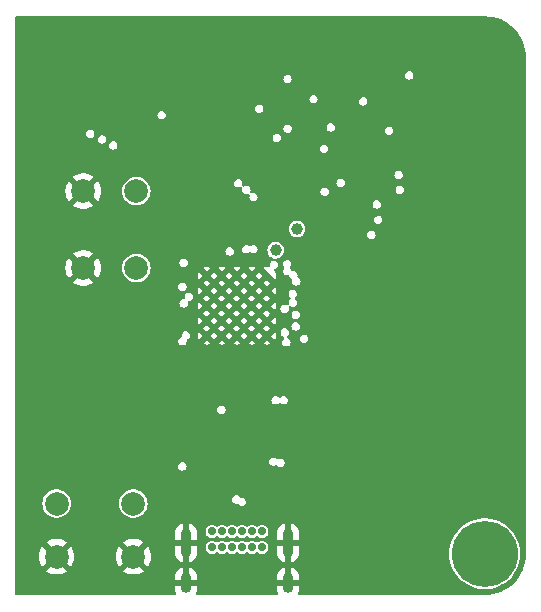
<source format=gbr>
%TF.GenerationSoftware,KiCad,Pcbnew,8.0.7*%
%TF.CreationDate,2025-02-06T19:50:52+13:00*%
%TF.ProjectId,Housens-L,486f7573-656e-4732-9d4c-2e6b69636164,002*%
%TF.SameCoordinates,Original*%
%TF.FileFunction,Copper,L2,Inr*%
%TF.FilePolarity,Positive*%
%FSLAX46Y46*%
G04 Gerber Fmt 4.6, Leading zero omitted, Abs format (unit mm)*
G04 Created by KiCad (PCBNEW 8.0.7) date 2025-02-06 19:50:52*
%MOMM*%
%LPD*%
G01*
G04 APERTURE LIST*
%TA.AperFunction,ComponentPad*%
%ADD10C,5.600000*%
%TD*%
%TA.AperFunction,HeatsinkPad*%
%ADD11C,0.500000*%
%TD*%
%TA.AperFunction,ComponentPad*%
%ADD12C,0.700000*%
%TD*%
%TA.AperFunction,ComponentPad*%
%ADD13O,0.900000X2.400000*%
%TD*%
%TA.AperFunction,ComponentPad*%
%ADD14O,0.900000X1.700000*%
%TD*%
%TA.AperFunction,ComponentPad*%
%ADD15C,2.000000*%
%TD*%
%TA.AperFunction,ComponentPad*%
%ADD16C,1.000000*%
%TD*%
%TA.AperFunction,ViaPad*%
%ADD17C,0.450000*%
%TD*%
%TA.AperFunction,ViaPad*%
%ADD18C,0.500000*%
%TD*%
%TA.AperFunction,ViaPad*%
%ADD19C,0.400000*%
%TD*%
G04 APERTURE END LIST*
D10*
%TO.N,GND*%
%TO.C,H2*%
X106000000Y-84000000D03*
%TD*%
D11*
%TO.N,GND*%
%TO.C,U4*%
X87550000Y-102450000D03*
X86275000Y-102450000D03*
X85000000Y-102450000D03*
X83725000Y-102450000D03*
X82450000Y-102450000D03*
X87550000Y-103725000D03*
X86275000Y-103725000D03*
X85000000Y-103725000D03*
X83725000Y-103725000D03*
X82450000Y-103725000D03*
X87550000Y-105000000D03*
X86275000Y-105000000D03*
X85000000Y-105000000D03*
X83725000Y-105000000D03*
X82450000Y-105000000D03*
X87550000Y-106275000D03*
X86275000Y-106275000D03*
X85000000Y-106275000D03*
X83725000Y-106275000D03*
X82450000Y-106275000D03*
X87550000Y-107550000D03*
X86275000Y-107550000D03*
X85000000Y-107550000D03*
X83725000Y-107550000D03*
X82450000Y-107550000D03*
%TD*%
D10*
%TO.N,+BATT*%
%TO.C,H3*%
X106000000Y-126000000D03*
%TD*%
D12*
%TO.N,GND*%
%TO.C,J2*%
X82050000Y-124100000D03*
%TO.N,Net-(J2-VBUS-PadA4)*%
X82900000Y-124100000D03*
%TO.N,unconnected-(J2-CC1-PadA5)*%
X83750000Y-124100000D03*
%TO.N,/USB_D_P*%
X84600000Y-124100000D03*
%TO.N,/USB_D_N*%
X85450000Y-124100000D03*
%TO.N,N/C*%
X86300000Y-124100000D03*
%TO.N,Net-(J2-VBUS-PadA4)*%
X87150000Y-124100000D03*
%TO.N,GND*%
X88000000Y-124100000D03*
X88000000Y-125450000D03*
%TO.N,Net-(J2-VBUS-PadA4)*%
X87150000Y-125450000D03*
%TO.N,unconnected-(J2-CC2-PadB5)*%
X86300000Y-125450000D03*
%TO.N,/USB_D_P*%
X85450000Y-125450000D03*
%TO.N,/USB_D_N*%
X84600000Y-125450000D03*
%TO.N,N/C*%
X83750000Y-125450000D03*
%TO.N,Net-(J2-VBUS-PadA4)*%
X82900000Y-125450000D03*
%TO.N,GND*%
X82050000Y-125450000D03*
D13*
X80700000Y-125080000D03*
D14*
X80700000Y-128460000D03*
D13*
X89350000Y-125080000D03*
D14*
X89350000Y-128460000D03*
%TD*%
D15*
%TO.N,GND*%
%TO.C,SW2*%
X76250000Y-126250000D03*
X69750000Y-126250000D03*
%TO.N,/USER_BTN*%
X76250000Y-121750000D03*
X69750000Y-121750000D03*
%TD*%
D16*
%TO.N,Net-(U4-PC14)*%
%TO.C,Y2*%
X88300000Y-100300000D03*
%TO.N,Net-(U4-PC15)*%
X90096051Y-98503949D03*
%TD*%
D15*
%TO.N,GND*%
%TO.C,SW1*%
X72000000Y-95300000D03*
X72000000Y-101800000D03*
%TO.N,Net-(U4-NRST)*%
X76500000Y-95300000D03*
X76500000Y-101800000D03*
%TD*%
D17*
%TO.N,GND*%
X72650000Y-107000000D03*
D18*
X68975000Y-115975000D03*
D19*
X81500000Y-87200000D03*
D18*
X74975000Y-91975000D03*
X68975000Y-118975000D03*
D17*
X66700000Y-96177778D03*
D18*
X101975000Y-85975000D03*
D19*
X79900000Y-118000000D03*
D18*
X86975000Y-127975000D03*
D17*
X79874997Y-104800000D03*
D18*
X77975000Y-97975000D03*
D17*
X71808333Y-107000000D03*
D19*
X106000000Y-115900000D03*
D18*
X68975000Y-109975000D03*
X89975000Y-121975000D03*
X77975000Y-103975000D03*
X71975000Y-82975000D03*
X68975000Y-100975000D03*
D17*
X78502778Y-107000000D03*
D19*
X84100000Y-97100000D03*
X106800000Y-115000000D03*
D18*
X68975000Y-82975000D03*
D19*
X85750000Y-110500000D03*
D18*
X107975000Y-100975000D03*
X81000000Y-83000000D03*
X68975000Y-112975000D03*
D19*
X80300000Y-87200000D03*
D17*
X66738889Y-105500000D03*
D18*
X68975000Y-88975000D03*
D19*
X91900000Y-117900000D03*
D18*
X68975000Y-91975000D03*
D17*
X66700000Y-94497222D03*
X76850000Y-107000000D03*
X66750000Y-107850000D03*
X66700000Y-99538889D03*
D18*
X92975000Y-88975000D03*
D17*
X74301389Y-105500000D03*
X66700000Y-103740278D03*
D18*
X78000000Y-83000000D03*
D17*
X75141667Y-105500000D03*
X73488889Y-107000000D03*
D19*
X86850000Y-87450000D03*
D17*
X66700000Y-102059722D03*
D19*
X73000000Y-90900000D03*
X77400000Y-109200000D03*
D17*
X76009722Y-107000000D03*
D18*
X98975000Y-91975000D03*
X71975000Y-91975000D03*
X74975000Y-103975000D03*
D17*
X66700000Y-102900000D03*
D18*
X68975000Y-97975000D03*
X68975000Y-103975000D03*
X83975000Y-94975000D03*
D19*
X83112500Y-113225000D03*
D18*
X71975000Y-103975000D03*
D17*
X66700000Y-97018056D03*
D19*
X84600000Y-96550000D03*
X77400000Y-116500000D03*
D18*
X92975000Y-91975000D03*
X92975000Y-85975000D03*
X77975000Y-124975000D03*
D17*
X79343056Y-107000000D03*
X70940278Y-105500000D03*
D18*
X74975000Y-112975000D03*
D17*
X67579167Y-105500000D03*
D18*
X98975000Y-82975000D03*
D19*
X96500000Y-83900000D03*
D17*
X70969444Y-107000000D03*
D19*
X77400000Y-111150000D03*
D18*
X71975000Y-127975000D03*
X68975000Y-94975000D03*
D17*
X70129167Y-107000000D03*
D18*
X80975000Y-88975000D03*
X71975000Y-118975000D03*
D19*
X88119930Y-117419930D03*
D18*
X83975000Y-127975000D03*
D19*
X93300000Y-118200000D03*
D18*
X104975000Y-91975000D03*
D17*
X77662500Y-105500000D03*
X66700000Y-95337500D03*
X80183334Y-107000000D03*
X68419445Y-105500000D03*
D18*
X89975000Y-82975000D03*
X77975000Y-88975000D03*
D19*
X73890791Y-91470816D03*
D18*
X71975000Y-97975000D03*
X75000000Y-83000000D03*
D17*
X79100000Y-104800000D03*
D18*
X107975000Y-103975000D03*
X86975000Y-121975000D03*
X101975000Y-91975000D03*
D19*
X77400000Y-112850000D03*
D17*
X72620834Y-105500000D03*
D19*
X89500000Y-113650000D03*
D18*
X71975000Y-115975000D03*
D17*
X66700000Y-101219445D03*
D19*
X87075000Y-111625000D03*
D17*
X66700000Y-104580556D03*
D19*
X98975000Y-85975000D03*
D18*
X71975000Y-109975000D03*
D17*
X71780556Y-105500000D03*
D18*
X92975000Y-82975000D03*
D19*
X92000000Y-87850000D03*
D17*
X68448611Y-107000000D03*
D18*
X74975000Y-118975000D03*
D17*
X70100000Y-105500000D03*
X66750000Y-108690278D03*
D19*
X77400000Y-114550000D03*
D18*
X107975000Y-91975000D03*
D17*
X66700000Y-98698611D03*
D18*
X92975000Y-94975000D03*
X107975000Y-94975000D03*
D17*
X66700000Y-100379167D03*
D19*
X104500000Y-118300000D03*
D18*
X107975000Y-97975000D03*
D19*
X88100000Y-112450000D03*
D17*
X69259723Y-105500000D03*
X67608333Y-107000000D03*
D18*
X74975000Y-115975000D03*
X71975000Y-124975000D03*
X101975000Y-82975000D03*
D17*
X66700000Y-97858333D03*
D19*
X80368008Y-104104095D03*
X83593199Y-96550000D03*
X96500000Y-87700000D03*
D17*
X77662500Y-107000000D03*
X76822223Y-105500000D03*
D18*
X71975000Y-112975000D03*
X89975000Y-85975000D03*
D17*
X69288889Y-107000000D03*
D18*
X74975000Y-97975000D03*
D19*
X91950000Y-119700000D03*
X98600000Y-90000000D03*
D17*
X75981945Y-105500000D03*
D18*
X68975000Y-127975000D03*
X90100000Y-91200000D03*
D19*
X84700000Y-120200000D03*
D18*
X107975000Y-88975000D03*
X86900000Y-88975000D03*
D17*
X66750000Y-107000000D03*
D18*
X80975000Y-91975000D03*
D19*
X104300000Y-117000000D03*
D18*
X101975000Y-88975000D03*
D19*
X92900000Y-96592894D03*
D17*
X74329167Y-107000000D03*
D18*
X104975000Y-88975000D03*
D17*
X73461112Y-105500000D03*
D19*
X92200000Y-111625000D03*
X89300000Y-100100000D03*
D18*
X74975000Y-127975000D03*
X77975000Y-127975000D03*
D19*
X88507332Y-91390325D03*
X90576777Y-119083885D03*
X96500000Y-85500000D03*
D18*
X77975000Y-85975000D03*
X68974152Y-85971317D03*
D17*
X78350000Y-105050000D03*
D18*
X74975000Y-109975000D03*
D17*
X75169444Y-107000000D03*
D18*
X90100000Y-94900000D03*
X89975000Y-88975000D03*
D19*
X89487503Y-118000000D03*
%TD*%
%TA.AperFunction,Conductor*%
%TO.N,GND*%
G36*
X106003032Y-80500648D02*
G01*
X106336929Y-80517052D01*
X106349037Y-80518245D01*
X106452146Y-80533539D01*
X106676699Y-80566849D01*
X106688617Y-80569219D01*
X107009951Y-80649709D01*
X107021588Y-80653240D01*
X107092806Y-80678722D01*
X107333467Y-80764832D01*
X107344688Y-80769479D01*
X107644163Y-80911120D01*
X107654871Y-80916844D01*
X107938988Y-81087137D01*
X107949106Y-81093897D01*
X108215170Y-81291224D01*
X108224576Y-81298944D01*
X108470013Y-81521395D01*
X108478604Y-81529986D01*
X108665755Y-81736475D01*
X108701055Y-81775423D01*
X108708775Y-81784829D01*
X108906102Y-82050893D01*
X108912862Y-82061011D01*
X109041776Y-82276092D01*
X109083148Y-82345116D01*
X109088885Y-82355848D01*
X109230514Y-82655297D01*
X109235170Y-82666540D01*
X109346759Y-82978411D01*
X109350292Y-82990055D01*
X109430777Y-83311369D01*
X109433151Y-83323305D01*
X109481754Y-83650962D01*
X109482947Y-83663071D01*
X109499351Y-83996966D01*
X109499500Y-84003051D01*
X109499500Y-125996948D01*
X109499351Y-126003033D01*
X109482947Y-126336928D01*
X109481754Y-126349037D01*
X109433151Y-126676694D01*
X109430777Y-126688630D01*
X109350292Y-127009944D01*
X109346759Y-127021588D01*
X109235170Y-127333459D01*
X109230514Y-127344702D01*
X109088885Y-127644151D01*
X109083148Y-127654883D01*
X108912862Y-127938988D01*
X108906102Y-127949106D01*
X108708775Y-128215170D01*
X108701055Y-128224576D01*
X108478611Y-128470006D01*
X108470006Y-128478611D01*
X108224576Y-128701055D01*
X108215170Y-128708775D01*
X107949106Y-128906102D01*
X107938988Y-128912862D01*
X107654883Y-129083148D01*
X107644151Y-129088885D01*
X107344702Y-129230514D01*
X107333459Y-129235170D01*
X107021588Y-129346759D01*
X107009944Y-129350292D01*
X106688630Y-129430777D01*
X106676694Y-129433151D01*
X106349037Y-129481754D01*
X106336928Y-129482947D01*
X106021989Y-129498419D01*
X106003031Y-129499351D01*
X105996949Y-129499500D01*
X90297243Y-129499500D01*
X90230204Y-129479815D01*
X90184449Y-129427011D01*
X90174505Y-129357853D01*
X90190485Y-129316159D01*
X90189006Y-129315369D01*
X90191880Y-129309991D01*
X90263491Y-129137105D01*
X90263493Y-129137097D01*
X90299999Y-128953571D01*
X90300000Y-128953569D01*
X90300000Y-128710000D01*
X89650000Y-128710000D01*
X89650000Y-128210000D01*
X90300000Y-128210000D01*
X90300000Y-127966430D01*
X90299999Y-127966428D01*
X90263493Y-127782902D01*
X90263491Y-127782894D01*
X90191880Y-127610008D01*
X90191875Y-127609999D01*
X90087913Y-127454410D01*
X90087910Y-127454406D01*
X89955593Y-127322089D01*
X89955589Y-127322086D01*
X89800000Y-127218124D01*
X89799991Y-127218119D01*
X89627103Y-127146507D01*
X89627100Y-127146506D01*
X89600000Y-127141115D01*
X89600000Y-127893011D01*
X89590060Y-127875795D01*
X89534205Y-127819940D01*
X89465796Y-127780444D01*
X89389496Y-127760000D01*
X89310504Y-127760000D01*
X89234204Y-127780444D01*
X89165795Y-127819940D01*
X89109940Y-127875795D01*
X89100000Y-127893011D01*
X89100000Y-127141116D01*
X89099999Y-127141115D01*
X89072899Y-127146506D01*
X89072896Y-127146507D01*
X88900008Y-127218119D01*
X88899999Y-127218124D01*
X88744410Y-127322086D01*
X88744406Y-127322089D01*
X88612089Y-127454406D01*
X88612086Y-127454410D01*
X88508124Y-127609999D01*
X88508119Y-127610008D01*
X88436508Y-127782894D01*
X88436506Y-127782902D01*
X88400000Y-127966428D01*
X88400000Y-128210000D01*
X89050000Y-128210000D01*
X89050000Y-128710000D01*
X88400000Y-128710000D01*
X88400000Y-128953571D01*
X88436506Y-129137097D01*
X88436508Y-129137105D01*
X88508119Y-129309991D01*
X88510994Y-129315369D01*
X88508940Y-129316466D01*
X88526737Y-129373263D01*
X88508265Y-129440647D01*
X88456295Y-129487347D01*
X88402757Y-129499500D01*
X81647243Y-129499500D01*
X81580204Y-129479815D01*
X81534449Y-129427011D01*
X81524505Y-129357853D01*
X81540485Y-129316159D01*
X81539006Y-129315369D01*
X81541880Y-129309991D01*
X81613491Y-129137105D01*
X81613493Y-129137097D01*
X81649999Y-128953571D01*
X81650000Y-128953569D01*
X81650000Y-128710000D01*
X81000000Y-128710000D01*
X81000000Y-128210000D01*
X81650000Y-128210000D01*
X81650000Y-127966430D01*
X81649999Y-127966428D01*
X81613493Y-127782902D01*
X81613491Y-127782894D01*
X81541880Y-127610008D01*
X81541875Y-127609999D01*
X81437913Y-127454410D01*
X81437910Y-127454406D01*
X81305593Y-127322089D01*
X81305589Y-127322086D01*
X81150000Y-127218124D01*
X81149991Y-127218119D01*
X80977103Y-127146507D01*
X80977100Y-127146506D01*
X80950000Y-127141115D01*
X80950000Y-127893011D01*
X80940060Y-127875795D01*
X80884205Y-127819940D01*
X80815796Y-127780444D01*
X80739496Y-127760000D01*
X80660504Y-127760000D01*
X80584204Y-127780444D01*
X80515795Y-127819940D01*
X80459940Y-127875795D01*
X80450000Y-127893011D01*
X80450000Y-127141116D01*
X80449999Y-127141115D01*
X80422899Y-127146506D01*
X80422896Y-127146507D01*
X80250008Y-127218119D01*
X80249999Y-127218124D01*
X80094410Y-127322086D01*
X80094406Y-127322089D01*
X79962089Y-127454406D01*
X79962086Y-127454410D01*
X79858124Y-127609999D01*
X79858119Y-127610008D01*
X79786508Y-127782894D01*
X79786506Y-127782902D01*
X79750000Y-127966428D01*
X79750000Y-128210000D01*
X80400000Y-128210000D01*
X80400000Y-128710000D01*
X79750000Y-128710000D01*
X79750000Y-128953571D01*
X79786506Y-129137097D01*
X79786508Y-129137105D01*
X79858119Y-129309991D01*
X79860994Y-129315369D01*
X79858940Y-129316466D01*
X79876737Y-129373263D01*
X79858265Y-129440647D01*
X79806295Y-129487347D01*
X79752757Y-129499500D01*
X66374000Y-129499500D01*
X66306961Y-129479815D01*
X66261206Y-129427011D01*
X66250000Y-129375500D01*
X66250000Y-126249994D01*
X68244859Y-126249994D01*
X68244859Y-126250005D01*
X68265385Y-126497729D01*
X68265387Y-126497738D01*
X68326412Y-126738717D01*
X68426267Y-126966367D01*
X68526562Y-127119881D01*
X69226212Y-126420233D01*
X69237482Y-126462292D01*
X69309890Y-126587708D01*
X69412292Y-126690110D01*
X69537708Y-126762518D01*
X69579766Y-126773787D01*
X68879943Y-127473609D01*
X68926768Y-127510055D01*
X68926771Y-127510057D01*
X69145385Y-127628364D01*
X69145396Y-127628369D01*
X69380506Y-127709083D01*
X69625707Y-127750000D01*
X69874293Y-127750000D01*
X70119493Y-127709083D01*
X70354603Y-127628369D01*
X70354614Y-127628364D01*
X70573230Y-127510056D01*
X70573236Y-127510051D01*
X70620055Y-127473610D01*
X70620056Y-127473609D01*
X69920233Y-126773787D01*
X69962292Y-126762518D01*
X70087708Y-126690110D01*
X70190110Y-126587708D01*
X70262518Y-126462292D01*
X70273787Y-126420233D01*
X70973435Y-127119882D01*
X71073733Y-126966364D01*
X71173587Y-126738717D01*
X71234612Y-126497738D01*
X71234614Y-126497729D01*
X71255141Y-126250005D01*
X71255141Y-126249994D01*
X74744859Y-126249994D01*
X74744859Y-126250005D01*
X74765385Y-126497729D01*
X74765387Y-126497738D01*
X74826412Y-126738717D01*
X74926267Y-126966367D01*
X75026562Y-127119881D01*
X75726212Y-126420233D01*
X75737482Y-126462292D01*
X75809890Y-126587708D01*
X75912292Y-126690110D01*
X76037708Y-126762518D01*
X76079766Y-126773787D01*
X75379943Y-127473609D01*
X75426768Y-127510055D01*
X75426771Y-127510057D01*
X75645385Y-127628364D01*
X75645396Y-127628369D01*
X75880506Y-127709083D01*
X76125707Y-127750000D01*
X76374293Y-127750000D01*
X76619493Y-127709083D01*
X76854603Y-127628369D01*
X76854614Y-127628364D01*
X77073230Y-127510056D01*
X77073236Y-127510051D01*
X77120055Y-127473610D01*
X77120056Y-127473609D01*
X76420233Y-126773787D01*
X76462292Y-126762518D01*
X76587708Y-126690110D01*
X76690110Y-126587708D01*
X76762518Y-126462292D01*
X76773787Y-126420233D01*
X77473435Y-127119882D01*
X77573733Y-126966364D01*
X77673587Y-126738717D01*
X77734612Y-126497738D01*
X77734614Y-126497729D01*
X77755141Y-126250005D01*
X77755141Y-126249994D01*
X77734614Y-126002270D01*
X77734612Y-126002261D01*
X77673587Y-125761282D01*
X77573732Y-125533632D01*
X77473435Y-125380116D01*
X76773787Y-126079765D01*
X76762518Y-126037708D01*
X76690110Y-125912292D01*
X76587708Y-125809890D01*
X76462292Y-125737482D01*
X76420233Y-125726212D01*
X77120055Y-125026389D01*
X77120055Y-125026388D01*
X77073236Y-124989947D01*
X77073231Y-124989944D01*
X76854614Y-124871635D01*
X76854603Y-124871630D01*
X76619493Y-124790916D01*
X76374293Y-124750000D01*
X76125707Y-124750000D01*
X75880506Y-124790916D01*
X75645396Y-124871630D01*
X75645385Y-124871635D01*
X75426770Y-124989943D01*
X75379943Y-125026389D01*
X76079766Y-125726212D01*
X76037708Y-125737482D01*
X75912292Y-125809890D01*
X75809890Y-125912292D01*
X75737482Y-126037708D01*
X75726212Y-126079766D01*
X75026563Y-125380117D01*
X74926267Y-125533633D01*
X74926265Y-125533637D01*
X74826412Y-125761282D01*
X74765387Y-126002261D01*
X74765385Y-126002270D01*
X74744859Y-126249994D01*
X71255141Y-126249994D01*
X71234614Y-126002270D01*
X71234612Y-126002261D01*
X71173587Y-125761282D01*
X71073732Y-125533632D01*
X70973435Y-125380116D01*
X70273787Y-126079765D01*
X70262518Y-126037708D01*
X70190110Y-125912292D01*
X70087708Y-125809890D01*
X69962292Y-125737482D01*
X69920233Y-125726212D01*
X70620055Y-125026389D01*
X70620055Y-125026388D01*
X70573236Y-124989947D01*
X70573231Y-124989944D01*
X70354614Y-124871635D01*
X70354603Y-124871630D01*
X70119493Y-124790916D01*
X69874293Y-124750000D01*
X69625707Y-124750000D01*
X69380506Y-124790916D01*
X69145396Y-124871630D01*
X69145385Y-124871635D01*
X68926770Y-124989943D01*
X68879943Y-125026389D01*
X69579766Y-125726212D01*
X69537708Y-125737482D01*
X69412292Y-125809890D01*
X69309890Y-125912292D01*
X69237482Y-126037708D01*
X69226212Y-126079766D01*
X68526563Y-125380117D01*
X68426267Y-125533633D01*
X68426265Y-125533637D01*
X68326412Y-125761282D01*
X68265387Y-126002261D01*
X68265385Y-126002270D01*
X68244859Y-126249994D01*
X66250000Y-126249994D01*
X66250000Y-124236428D01*
X79750000Y-124236428D01*
X79750000Y-124830000D01*
X80400000Y-124830000D01*
X80400000Y-125330000D01*
X79750000Y-125330000D01*
X79750000Y-125923571D01*
X79786506Y-126107097D01*
X79786508Y-126107105D01*
X79858119Y-126279991D01*
X79858124Y-126280000D01*
X79962086Y-126435589D01*
X79962089Y-126435593D01*
X80094406Y-126567910D01*
X80094410Y-126567913D01*
X80249999Y-126671875D01*
X80250012Y-126671882D01*
X80422889Y-126743489D01*
X80422896Y-126743491D01*
X80450000Y-126748882D01*
X80450000Y-125996988D01*
X80459940Y-126014205D01*
X80515795Y-126070060D01*
X80584204Y-126109556D01*
X80660504Y-126130000D01*
X80739496Y-126130000D01*
X80815796Y-126109556D01*
X80884205Y-126070060D01*
X80940060Y-126014205D01*
X80950000Y-125996988D01*
X80950000Y-126748881D01*
X80977103Y-126743491D01*
X80977110Y-126743489D01*
X81149987Y-126671882D01*
X81150000Y-126671875D01*
X81305589Y-126567913D01*
X81305593Y-126567910D01*
X81437910Y-126435593D01*
X81437913Y-126435589D01*
X81541875Y-126280000D01*
X81541880Y-126279991D01*
X81613491Y-126107105D01*
X81613493Y-126107097D01*
X81649999Y-125923571D01*
X81650000Y-125923569D01*
X81650000Y-125449999D01*
X82344750Y-125449999D01*
X82344750Y-125450000D01*
X82363670Y-125593708D01*
X82363671Y-125593712D01*
X82419137Y-125727622D01*
X82419138Y-125727624D01*
X82419139Y-125727625D01*
X82507379Y-125842621D01*
X82622375Y-125930861D01*
X82756291Y-125986330D01*
X82877297Y-126002261D01*
X82899999Y-126005250D01*
X82900000Y-126005250D01*
X82900001Y-126005250D01*
X82916839Y-126003033D01*
X83043709Y-125986330D01*
X83177625Y-125930861D01*
X83249513Y-125875698D01*
X83314682Y-125850504D01*
X83383127Y-125864542D01*
X83400487Y-125875699D01*
X83472373Y-125930860D01*
X83472374Y-125930860D01*
X83472375Y-125930861D01*
X83606291Y-125986330D01*
X83727297Y-126002261D01*
X83749999Y-126005250D01*
X83750000Y-126005250D01*
X83750001Y-126005250D01*
X83766839Y-126003033D01*
X83893709Y-125986330D01*
X84027625Y-125930861D01*
X84099513Y-125875698D01*
X84164682Y-125850504D01*
X84233127Y-125864542D01*
X84250487Y-125875699D01*
X84322373Y-125930860D01*
X84322374Y-125930860D01*
X84322375Y-125930861D01*
X84456291Y-125986330D01*
X84577297Y-126002261D01*
X84599999Y-126005250D01*
X84600000Y-126005250D01*
X84600001Y-126005250D01*
X84616839Y-126003033D01*
X84743709Y-125986330D01*
X84877625Y-125930861D01*
X84949513Y-125875698D01*
X85014682Y-125850504D01*
X85083127Y-125864542D01*
X85100487Y-125875699D01*
X85172373Y-125930860D01*
X85172374Y-125930860D01*
X85172375Y-125930861D01*
X85306291Y-125986330D01*
X85427297Y-126002261D01*
X85449999Y-126005250D01*
X85450000Y-126005250D01*
X85450001Y-126005250D01*
X85466839Y-126003033D01*
X85593709Y-125986330D01*
X85727625Y-125930861D01*
X85799513Y-125875698D01*
X85864682Y-125850504D01*
X85933127Y-125864542D01*
X85950487Y-125875699D01*
X86022373Y-125930860D01*
X86022374Y-125930860D01*
X86022375Y-125930861D01*
X86156291Y-125986330D01*
X86277297Y-126002261D01*
X86299999Y-126005250D01*
X86300000Y-126005250D01*
X86300001Y-126005250D01*
X86316839Y-126003033D01*
X86443709Y-125986330D01*
X86577625Y-125930861D01*
X86649513Y-125875698D01*
X86714682Y-125850504D01*
X86783127Y-125864542D01*
X86800487Y-125875699D01*
X86872373Y-125930860D01*
X86872374Y-125930860D01*
X86872375Y-125930861D01*
X87006291Y-125986330D01*
X87127297Y-126002261D01*
X87149999Y-126005250D01*
X87150000Y-126005250D01*
X87150001Y-126005250D01*
X87166839Y-126003033D01*
X87293709Y-125986330D01*
X87427625Y-125930861D01*
X87542621Y-125842621D01*
X87630861Y-125727625D01*
X87686330Y-125593709D01*
X87705250Y-125450000D01*
X87686330Y-125306291D01*
X87630861Y-125172375D01*
X87542621Y-125057379D01*
X87427625Y-124969139D01*
X87427624Y-124969138D01*
X87427622Y-124969137D01*
X87293712Y-124913671D01*
X87293710Y-124913670D01*
X87293709Y-124913670D01*
X87174221Y-124897938D01*
X87150283Y-124887348D01*
X87128697Y-124897519D01*
X87125777Y-124897939D01*
X87006291Y-124913670D01*
X87006287Y-124913671D01*
X86872376Y-124969138D01*
X86872374Y-124969139D01*
X86800486Y-125024301D01*
X86735317Y-125049495D01*
X86666872Y-125035456D01*
X86649514Y-125024301D01*
X86577625Y-124969139D01*
X86577623Y-124969138D01*
X86443712Y-124913671D01*
X86443710Y-124913670D01*
X86443709Y-124913670D01*
X86324221Y-124897938D01*
X86300283Y-124887348D01*
X86278697Y-124897519D01*
X86275777Y-124897939D01*
X86156291Y-124913670D01*
X86156287Y-124913671D01*
X86022376Y-124969138D01*
X86022374Y-124969139D01*
X85950486Y-125024301D01*
X85885317Y-125049495D01*
X85816872Y-125035456D01*
X85799514Y-125024301D01*
X85727625Y-124969139D01*
X85727623Y-124969138D01*
X85593712Y-124913671D01*
X85593710Y-124913670D01*
X85593709Y-124913670D01*
X85474221Y-124897938D01*
X85450283Y-124887348D01*
X85428697Y-124897519D01*
X85425777Y-124897939D01*
X85306291Y-124913670D01*
X85306287Y-124913671D01*
X85172376Y-124969138D01*
X85172374Y-124969139D01*
X85100486Y-125024301D01*
X85035317Y-125049495D01*
X84966872Y-125035456D01*
X84949514Y-125024301D01*
X84877625Y-124969139D01*
X84877623Y-124969138D01*
X84743712Y-124913671D01*
X84743710Y-124913670D01*
X84743709Y-124913670D01*
X84624221Y-124897938D01*
X84600283Y-124887348D01*
X84578697Y-124897519D01*
X84575777Y-124897939D01*
X84456291Y-124913670D01*
X84456287Y-124913671D01*
X84322376Y-124969138D01*
X84322374Y-124969139D01*
X84250486Y-125024301D01*
X84185317Y-125049495D01*
X84116872Y-125035456D01*
X84099514Y-125024301D01*
X84027625Y-124969139D01*
X84027623Y-124969138D01*
X83893712Y-124913671D01*
X83893710Y-124913670D01*
X83893709Y-124913670D01*
X83774221Y-124897938D01*
X83750283Y-124887348D01*
X83728697Y-124897519D01*
X83725777Y-124897939D01*
X83606291Y-124913670D01*
X83606287Y-124913671D01*
X83472376Y-124969138D01*
X83472374Y-124969139D01*
X83400486Y-125024301D01*
X83335317Y-125049495D01*
X83266872Y-125035456D01*
X83249514Y-125024301D01*
X83177625Y-124969139D01*
X83177623Y-124969138D01*
X83043712Y-124913671D01*
X83043710Y-124913670D01*
X83043709Y-124913670D01*
X82924221Y-124897938D01*
X82900283Y-124887348D01*
X82878697Y-124897519D01*
X82875777Y-124897939D01*
X82756291Y-124913670D01*
X82756287Y-124913671D01*
X82622377Y-124969137D01*
X82507379Y-125057379D01*
X82419137Y-125172377D01*
X82363671Y-125306287D01*
X82363670Y-125306291D01*
X82344750Y-125449999D01*
X81650000Y-125449999D01*
X81650000Y-125330000D01*
X81000000Y-125330000D01*
X81000000Y-124830000D01*
X81650000Y-124830000D01*
X81650000Y-124236430D01*
X81649999Y-124236428D01*
X81622861Y-124100000D01*
X82344750Y-124100000D01*
X82362711Y-124236428D01*
X82363670Y-124243708D01*
X82363671Y-124243712D01*
X82419137Y-124377622D01*
X82419138Y-124377624D01*
X82419139Y-124377625D01*
X82507379Y-124492621D01*
X82622375Y-124580861D01*
X82756291Y-124636330D01*
X82867167Y-124650927D01*
X82875777Y-124652061D01*
X82899715Y-124662651D01*
X82921302Y-124652481D01*
X82924222Y-124652061D01*
X82931491Y-124651104D01*
X83043709Y-124636330D01*
X83177625Y-124580861D01*
X83249513Y-124525698D01*
X83314682Y-124500504D01*
X83383127Y-124514542D01*
X83400487Y-124525699D01*
X83472373Y-124580860D01*
X83472374Y-124580860D01*
X83472375Y-124580861D01*
X83606291Y-124636330D01*
X83717167Y-124650927D01*
X83725777Y-124652061D01*
X83749715Y-124662651D01*
X83771302Y-124652481D01*
X83774222Y-124652061D01*
X83781491Y-124651104D01*
X83893709Y-124636330D01*
X84027625Y-124580861D01*
X84099513Y-124525698D01*
X84164682Y-124500504D01*
X84233127Y-124514542D01*
X84250487Y-124525699D01*
X84322373Y-124580860D01*
X84322374Y-124580860D01*
X84322375Y-124580861D01*
X84456291Y-124636330D01*
X84567167Y-124650927D01*
X84575777Y-124652061D01*
X84599715Y-124662651D01*
X84621302Y-124652481D01*
X84624222Y-124652061D01*
X84631491Y-124651104D01*
X84743709Y-124636330D01*
X84877625Y-124580861D01*
X84949513Y-124525698D01*
X85014682Y-124500504D01*
X85083127Y-124514542D01*
X85100487Y-124525699D01*
X85172373Y-124580860D01*
X85172374Y-124580860D01*
X85172375Y-124580861D01*
X85306291Y-124636330D01*
X85417167Y-124650927D01*
X85425777Y-124652061D01*
X85449715Y-124662651D01*
X85471302Y-124652481D01*
X85474222Y-124652061D01*
X85481491Y-124651104D01*
X85593709Y-124636330D01*
X85727625Y-124580861D01*
X85799513Y-124525698D01*
X85864682Y-124500504D01*
X85933127Y-124514542D01*
X85950487Y-124525699D01*
X86022373Y-124580860D01*
X86022374Y-124580860D01*
X86022375Y-124580861D01*
X86156291Y-124636330D01*
X86267167Y-124650927D01*
X86275777Y-124652061D01*
X86299715Y-124662651D01*
X86321302Y-124652481D01*
X86324222Y-124652061D01*
X86331491Y-124651104D01*
X86443709Y-124636330D01*
X86577625Y-124580861D01*
X86649513Y-124525698D01*
X86714682Y-124500504D01*
X86783127Y-124514542D01*
X86800487Y-124525699D01*
X86872373Y-124580860D01*
X86872374Y-124580860D01*
X86872375Y-124580861D01*
X87006291Y-124636330D01*
X87117167Y-124650927D01*
X87125777Y-124652061D01*
X87149715Y-124662651D01*
X87171302Y-124652481D01*
X87174222Y-124652061D01*
X87181491Y-124651104D01*
X87293709Y-124636330D01*
X87427625Y-124580861D01*
X87542621Y-124492621D01*
X87630861Y-124377625D01*
X87686330Y-124243709D01*
X87687289Y-124236428D01*
X88400000Y-124236428D01*
X88400000Y-124830000D01*
X89050000Y-124830000D01*
X89050000Y-125330000D01*
X88400000Y-125330000D01*
X88400000Y-125923571D01*
X88436506Y-126107097D01*
X88436508Y-126107105D01*
X88508119Y-126279991D01*
X88508124Y-126280000D01*
X88612086Y-126435589D01*
X88612089Y-126435593D01*
X88744406Y-126567910D01*
X88744410Y-126567913D01*
X88899999Y-126671875D01*
X88900012Y-126671882D01*
X89072889Y-126743489D01*
X89072896Y-126743491D01*
X89100000Y-126748882D01*
X89100000Y-125996988D01*
X89109940Y-126014205D01*
X89165795Y-126070060D01*
X89234204Y-126109556D01*
X89310504Y-126130000D01*
X89389496Y-126130000D01*
X89465796Y-126109556D01*
X89534205Y-126070060D01*
X89590060Y-126014205D01*
X89600000Y-125996988D01*
X89600000Y-126748881D01*
X89627103Y-126743491D01*
X89627110Y-126743489D01*
X89799987Y-126671882D01*
X89800000Y-126671875D01*
X89955589Y-126567913D01*
X89955593Y-126567910D01*
X90087910Y-126435593D01*
X90087913Y-126435589D01*
X90191875Y-126280000D01*
X90191880Y-126279991D01*
X90263491Y-126107105D01*
X90263493Y-126107097D01*
X90284797Y-125999996D01*
X102994415Y-125999996D01*
X102994415Y-126000003D01*
X103014738Y-126348927D01*
X103014739Y-126348938D01*
X103075428Y-126693127D01*
X103075430Y-126693134D01*
X103175674Y-127027972D01*
X103314107Y-127348895D01*
X103314113Y-127348908D01*
X103488870Y-127651597D01*
X103697584Y-127931949D01*
X103697589Y-127931955D01*
X103821463Y-128063253D01*
X103937442Y-128186183D01*
X104113903Y-128334251D01*
X104205186Y-128410847D01*
X104205194Y-128410853D01*
X104497203Y-128602911D01*
X104497207Y-128602913D01*
X104809549Y-128759777D01*
X105137989Y-128879319D01*
X105478086Y-128959923D01*
X105825241Y-129000500D01*
X105825248Y-129000500D01*
X106174752Y-129000500D01*
X106174759Y-129000500D01*
X106521914Y-128959923D01*
X106862011Y-128879319D01*
X107190451Y-128759777D01*
X107502793Y-128602913D01*
X107698004Y-128474520D01*
X107794805Y-128410853D01*
X107794805Y-128410852D01*
X107794811Y-128410849D01*
X108062558Y-128186183D01*
X108302412Y-127931953D01*
X108511130Y-127651596D01*
X108685889Y-127348904D01*
X108824326Y-127027971D01*
X108924569Y-126693136D01*
X108927469Y-126676694D01*
X108985260Y-126348938D01*
X108985259Y-126348938D01*
X108985262Y-126348927D01*
X109005279Y-126005250D01*
X109005585Y-126000003D01*
X109005585Y-125999996D01*
X109001133Y-125923569D01*
X108985262Y-125651073D01*
X108964555Y-125533637D01*
X108924571Y-125306872D01*
X108924569Y-125306865D01*
X108884306Y-125172377D01*
X108824326Y-124972029D01*
X108685889Y-124651096D01*
X108511130Y-124348404D01*
X108511129Y-124348402D01*
X108302415Y-124068050D01*
X108302410Y-124068044D01*
X108125006Y-123880008D01*
X108062558Y-123813817D01*
X107896289Y-123674301D01*
X107794813Y-123589152D01*
X107794805Y-123589146D01*
X107502796Y-123397088D01*
X107190458Y-123240226D01*
X107190452Y-123240223D01*
X106862012Y-123120681D01*
X106862009Y-123120680D01*
X106521915Y-123040077D01*
X106478519Y-123035004D01*
X106174759Y-122999500D01*
X105825241Y-122999500D01*
X105521480Y-123035004D01*
X105478085Y-123040077D01*
X105478083Y-123040077D01*
X105137990Y-123120680D01*
X105137987Y-123120681D01*
X104809547Y-123240223D01*
X104809541Y-123240226D01*
X104497203Y-123397088D01*
X104205194Y-123589146D01*
X104205186Y-123589152D01*
X103937442Y-123813817D01*
X103937440Y-123813819D01*
X103697589Y-124068044D01*
X103697584Y-124068050D01*
X103488870Y-124348402D01*
X103314113Y-124651091D01*
X103314107Y-124651104D01*
X103175674Y-124972027D01*
X103075430Y-125306865D01*
X103075428Y-125306872D01*
X103014739Y-125651061D01*
X103014738Y-125651072D01*
X102994415Y-125999996D01*
X90284797Y-125999996D01*
X90299999Y-125923571D01*
X90300000Y-125923569D01*
X90300000Y-125330000D01*
X89650000Y-125330000D01*
X89650000Y-124830000D01*
X90300000Y-124830000D01*
X90300000Y-124236430D01*
X90299999Y-124236428D01*
X90263493Y-124052902D01*
X90263491Y-124052894D01*
X90191880Y-123880008D01*
X90191875Y-123879999D01*
X90087913Y-123724410D01*
X90087910Y-123724406D01*
X89955593Y-123592089D01*
X89955589Y-123592086D01*
X89800000Y-123488124D01*
X89799991Y-123488119D01*
X89627103Y-123416507D01*
X89627100Y-123416506D01*
X89600000Y-123411115D01*
X89600000Y-124163011D01*
X89590060Y-124145795D01*
X89534205Y-124089940D01*
X89465796Y-124050444D01*
X89389496Y-124030000D01*
X89310504Y-124030000D01*
X89234204Y-124050444D01*
X89165795Y-124089940D01*
X89109940Y-124145795D01*
X89100000Y-124163011D01*
X89100000Y-123411116D01*
X89099999Y-123411115D01*
X89072899Y-123416506D01*
X89072896Y-123416507D01*
X88900008Y-123488119D01*
X88899999Y-123488124D01*
X88744410Y-123592086D01*
X88744406Y-123592089D01*
X88612089Y-123724406D01*
X88612086Y-123724410D01*
X88508124Y-123879999D01*
X88508119Y-123880008D01*
X88436508Y-124052894D01*
X88436506Y-124052902D01*
X88400000Y-124236428D01*
X87687289Y-124236428D01*
X87705250Y-124100000D01*
X87686330Y-123956291D01*
X87630861Y-123822375D01*
X87542621Y-123707379D01*
X87427625Y-123619139D01*
X87427624Y-123619138D01*
X87427622Y-123619137D01*
X87293712Y-123563671D01*
X87293710Y-123563670D01*
X87293709Y-123563670D01*
X87221854Y-123554210D01*
X87150001Y-123544750D01*
X87149999Y-123544750D01*
X87006291Y-123563670D01*
X87006287Y-123563671D01*
X86872376Y-123619138D01*
X86872374Y-123619139D01*
X86800486Y-123674301D01*
X86735317Y-123699495D01*
X86666872Y-123685456D01*
X86649514Y-123674301D01*
X86577625Y-123619139D01*
X86577623Y-123619138D01*
X86443712Y-123563671D01*
X86443710Y-123563670D01*
X86443709Y-123563670D01*
X86371854Y-123554210D01*
X86300001Y-123544750D01*
X86299999Y-123544750D01*
X86156291Y-123563670D01*
X86156287Y-123563671D01*
X86022376Y-123619138D01*
X86022374Y-123619139D01*
X85950486Y-123674301D01*
X85885317Y-123699495D01*
X85816872Y-123685456D01*
X85799514Y-123674301D01*
X85727625Y-123619139D01*
X85727623Y-123619138D01*
X85593712Y-123563671D01*
X85593710Y-123563670D01*
X85593709Y-123563670D01*
X85521854Y-123554210D01*
X85450001Y-123544750D01*
X85449999Y-123544750D01*
X85306291Y-123563670D01*
X85306287Y-123563671D01*
X85172376Y-123619138D01*
X85172374Y-123619139D01*
X85100486Y-123674301D01*
X85035317Y-123699495D01*
X84966872Y-123685456D01*
X84949514Y-123674301D01*
X84877625Y-123619139D01*
X84877623Y-123619138D01*
X84743712Y-123563671D01*
X84743710Y-123563670D01*
X84743709Y-123563670D01*
X84671854Y-123554210D01*
X84600001Y-123544750D01*
X84599999Y-123544750D01*
X84456291Y-123563670D01*
X84456287Y-123563671D01*
X84322376Y-123619138D01*
X84322374Y-123619139D01*
X84250486Y-123674301D01*
X84185317Y-123699495D01*
X84116872Y-123685456D01*
X84099514Y-123674301D01*
X84027625Y-123619139D01*
X84027623Y-123619138D01*
X83893712Y-123563671D01*
X83893710Y-123563670D01*
X83893709Y-123563670D01*
X83821854Y-123554210D01*
X83750001Y-123544750D01*
X83749999Y-123544750D01*
X83606291Y-123563670D01*
X83606287Y-123563671D01*
X83472376Y-123619138D01*
X83472374Y-123619139D01*
X83400486Y-123674301D01*
X83335317Y-123699495D01*
X83266872Y-123685456D01*
X83249514Y-123674301D01*
X83177625Y-123619139D01*
X83177623Y-123619138D01*
X83043712Y-123563671D01*
X83043710Y-123563670D01*
X83043709Y-123563670D01*
X82971854Y-123554210D01*
X82900001Y-123544750D01*
X82899999Y-123544750D01*
X82756291Y-123563670D01*
X82756287Y-123563671D01*
X82622377Y-123619137D01*
X82507379Y-123707379D01*
X82419137Y-123822377D01*
X82363671Y-123956287D01*
X82363670Y-123956291D01*
X82344750Y-124100000D01*
X81622861Y-124100000D01*
X81613493Y-124052902D01*
X81613491Y-124052894D01*
X81541880Y-123880008D01*
X81541875Y-123879999D01*
X81437913Y-123724410D01*
X81437910Y-123724406D01*
X81305593Y-123592089D01*
X81305589Y-123592086D01*
X81150000Y-123488124D01*
X81149991Y-123488119D01*
X80977103Y-123416507D01*
X80977100Y-123416506D01*
X80950000Y-123411115D01*
X80950000Y-124163011D01*
X80940060Y-124145795D01*
X80884205Y-124089940D01*
X80815796Y-124050444D01*
X80739496Y-124030000D01*
X80660504Y-124030000D01*
X80584204Y-124050444D01*
X80515795Y-124089940D01*
X80459940Y-124145795D01*
X80450000Y-124163011D01*
X80450000Y-123411116D01*
X80449999Y-123411115D01*
X80422899Y-123416506D01*
X80422896Y-123416507D01*
X80250008Y-123488119D01*
X80249999Y-123488124D01*
X80094410Y-123592086D01*
X80094406Y-123592089D01*
X79962089Y-123724406D01*
X79962086Y-123724410D01*
X79858124Y-123879999D01*
X79858119Y-123880008D01*
X79786508Y-124052894D01*
X79786506Y-124052902D01*
X79750000Y-124236428D01*
X66250000Y-124236428D01*
X66250000Y-121749999D01*
X68544357Y-121749999D01*
X68544357Y-121750000D01*
X68564884Y-121971535D01*
X68564885Y-121971537D01*
X68625769Y-122185523D01*
X68625775Y-122185538D01*
X68724938Y-122384683D01*
X68724943Y-122384691D01*
X68859020Y-122562238D01*
X69023437Y-122712123D01*
X69023439Y-122712125D01*
X69212595Y-122829245D01*
X69212596Y-122829245D01*
X69212599Y-122829247D01*
X69420060Y-122909618D01*
X69638757Y-122950500D01*
X69638759Y-122950500D01*
X69861241Y-122950500D01*
X69861243Y-122950500D01*
X70079940Y-122909618D01*
X70287401Y-122829247D01*
X70476562Y-122712124D01*
X70640981Y-122562236D01*
X70775058Y-122384689D01*
X70874229Y-122185528D01*
X70935115Y-121971536D01*
X70955643Y-121750000D01*
X70955643Y-121749999D01*
X75044357Y-121749999D01*
X75044357Y-121750000D01*
X75064884Y-121971535D01*
X75064885Y-121971537D01*
X75125769Y-122185523D01*
X75125775Y-122185538D01*
X75224938Y-122384683D01*
X75224943Y-122384691D01*
X75359020Y-122562238D01*
X75523437Y-122712123D01*
X75523439Y-122712125D01*
X75712595Y-122829245D01*
X75712596Y-122829245D01*
X75712599Y-122829247D01*
X75920060Y-122909618D01*
X76138757Y-122950500D01*
X76138759Y-122950500D01*
X76361241Y-122950500D01*
X76361243Y-122950500D01*
X76579940Y-122909618D01*
X76787401Y-122829247D01*
X76976562Y-122712124D01*
X77140981Y-122562236D01*
X77275058Y-122384689D01*
X77374229Y-122185528D01*
X77435115Y-121971536D01*
X77455643Y-121750000D01*
X77435115Y-121528464D01*
X77398563Y-121399997D01*
X84595131Y-121399997D01*
X84595131Y-121400002D01*
X84612498Y-121509658D01*
X84662904Y-121608585D01*
X84662909Y-121608592D01*
X84741407Y-121687090D01*
X84741410Y-121687092D01*
X84741413Y-121687095D01*
X84831576Y-121733035D01*
X84840341Y-121737501D01*
X84949998Y-121754869D01*
X84950000Y-121754869D01*
X84950002Y-121754869D01*
X85024081Y-121743136D01*
X85093374Y-121752091D01*
X85146826Y-121797087D01*
X85153958Y-121809304D01*
X85165503Y-121831962D01*
X85165505Y-121831965D01*
X85165508Y-121831969D01*
X85244006Y-121910467D01*
X85244009Y-121910469D01*
X85244012Y-121910472D01*
X85342938Y-121960877D01*
X85342940Y-121960878D01*
X85452597Y-121978246D01*
X85452599Y-121978246D01*
X85452601Y-121978246D01*
X85562257Y-121960878D01*
X85562258Y-121960877D01*
X85562260Y-121960877D01*
X85661186Y-121910472D01*
X85739694Y-121831964D01*
X85790099Y-121733038D01*
X85790099Y-121733036D01*
X85790100Y-121733035D01*
X85807468Y-121623379D01*
X85807468Y-121623374D01*
X85790100Y-121513718D01*
X85788031Y-121509658D01*
X85739694Y-121414790D01*
X85739691Y-121414787D01*
X85739689Y-121414784D01*
X85661191Y-121336286D01*
X85661187Y-121336283D01*
X85661186Y-121336282D01*
X85618389Y-121314476D01*
X85562257Y-121285875D01*
X85452601Y-121268508D01*
X85452597Y-121268508D01*
X85378518Y-121280241D01*
X85309225Y-121271286D01*
X85255773Y-121226290D01*
X85248640Y-121214072D01*
X85237095Y-121191413D01*
X85237093Y-121191411D01*
X85237090Y-121191407D01*
X85158592Y-121112909D01*
X85158588Y-121112906D01*
X85158587Y-121112905D01*
X85154743Y-121110946D01*
X85059658Y-121062498D01*
X84950002Y-121045131D01*
X84949998Y-121045131D01*
X84840341Y-121062498D01*
X84741414Y-121112904D01*
X84741407Y-121112909D01*
X84662909Y-121191407D01*
X84662904Y-121191414D01*
X84612498Y-121290341D01*
X84595131Y-121399997D01*
X77398563Y-121399997D01*
X77374229Y-121314472D01*
X77373171Y-121312347D01*
X77275061Y-121115316D01*
X77275056Y-121115308D01*
X77140979Y-120937761D01*
X76976562Y-120787876D01*
X76976560Y-120787874D01*
X76787404Y-120670754D01*
X76787398Y-120670752D01*
X76579940Y-120590382D01*
X76361243Y-120549500D01*
X76138757Y-120549500D01*
X75920060Y-120590382D01*
X75788864Y-120641207D01*
X75712601Y-120670752D01*
X75712595Y-120670754D01*
X75523439Y-120787874D01*
X75523437Y-120787876D01*
X75359020Y-120937761D01*
X75224943Y-121115308D01*
X75224938Y-121115316D01*
X75125775Y-121314461D01*
X75125769Y-121314476D01*
X75064885Y-121528462D01*
X75064884Y-121528464D01*
X75044357Y-121749999D01*
X70955643Y-121749999D01*
X70935115Y-121528464D01*
X70874229Y-121314472D01*
X70873171Y-121312347D01*
X70775061Y-121115316D01*
X70775056Y-121115308D01*
X70640979Y-120937761D01*
X70476562Y-120787876D01*
X70476560Y-120787874D01*
X70287404Y-120670754D01*
X70287398Y-120670752D01*
X70079940Y-120590382D01*
X69861243Y-120549500D01*
X69638757Y-120549500D01*
X69420060Y-120590382D01*
X69288864Y-120641207D01*
X69212601Y-120670752D01*
X69212595Y-120670754D01*
X69023439Y-120787874D01*
X69023437Y-120787876D01*
X68859020Y-120937761D01*
X68724943Y-121115308D01*
X68724938Y-121115316D01*
X68625775Y-121314461D01*
X68625769Y-121314476D01*
X68564885Y-121528462D01*
X68564884Y-121528464D01*
X68544357Y-121749999D01*
X66250000Y-121749999D01*
X66250000Y-118599997D01*
X80045131Y-118599997D01*
X80045131Y-118600002D01*
X80062498Y-118709658D01*
X80112904Y-118808585D01*
X80112909Y-118808592D01*
X80191407Y-118887090D01*
X80191410Y-118887092D01*
X80191413Y-118887095D01*
X80290339Y-118937500D01*
X80290341Y-118937501D01*
X80399998Y-118954869D01*
X80400000Y-118954869D01*
X80400002Y-118954869D01*
X80509658Y-118937501D01*
X80509659Y-118937500D01*
X80509661Y-118937500D01*
X80608587Y-118887095D01*
X80687095Y-118808587D01*
X80737500Y-118709661D01*
X80737500Y-118709659D01*
X80737501Y-118709658D01*
X80754869Y-118600002D01*
X80754869Y-118599997D01*
X80737501Y-118490341D01*
X80735845Y-118487090D01*
X80687095Y-118391413D01*
X80687092Y-118391410D01*
X80687090Y-118391407D01*
X80608592Y-118312909D01*
X80608588Y-118312906D01*
X80608587Y-118312905D01*
X80583263Y-118300002D01*
X80509658Y-118262498D01*
X80400002Y-118245131D01*
X80399998Y-118245131D01*
X80290341Y-118262498D01*
X80191414Y-118312904D01*
X80191407Y-118312909D01*
X80112909Y-118391407D01*
X80112904Y-118391414D01*
X80062498Y-118490341D01*
X80045131Y-118599997D01*
X66250000Y-118599997D01*
X66250000Y-118199997D01*
X87745131Y-118199997D01*
X87745131Y-118200002D01*
X87762498Y-118309658D01*
X87812904Y-118408585D01*
X87812909Y-118408592D01*
X87891407Y-118487090D01*
X87891410Y-118487092D01*
X87891413Y-118487095D01*
X87961569Y-118522841D01*
X87990341Y-118537501D01*
X88099998Y-118554869D01*
X88100000Y-118554869D01*
X88100002Y-118554869D01*
X88209657Y-118537501D01*
X88209658Y-118537500D01*
X88209661Y-118537500D01*
X88283186Y-118500037D01*
X88351851Y-118487141D01*
X88416592Y-118513417D01*
X88427150Y-118522832D01*
X88491413Y-118587095D01*
X88516741Y-118600000D01*
X88590341Y-118637501D01*
X88699998Y-118654869D01*
X88700000Y-118654869D01*
X88700002Y-118654869D01*
X88809658Y-118637501D01*
X88809659Y-118637500D01*
X88809661Y-118637500D01*
X88908587Y-118587095D01*
X88987095Y-118508587D01*
X89037500Y-118409661D01*
X89037500Y-118409659D01*
X89037501Y-118409658D01*
X89054869Y-118300002D01*
X89054869Y-118299997D01*
X89037501Y-118190341D01*
X89037500Y-118190339D01*
X88987095Y-118091413D01*
X88987092Y-118091410D01*
X88987090Y-118091407D01*
X88908592Y-118012909D01*
X88908588Y-118012906D01*
X88908587Y-118012905D01*
X88883185Y-117999962D01*
X88809658Y-117962498D01*
X88700002Y-117945131D01*
X88699998Y-117945131D01*
X88590341Y-117962498D01*
X88516812Y-117999962D01*
X88448143Y-118012857D01*
X88383403Y-117986579D01*
X88372847Y-117977165D01*
X88308587Y-117912905D01*
X88304743Y-117910946D01*
X88209658Y-117862498D01*
X88100002Y-117845131D01*
X88099998Y-117845131D01*
X87990341Y-117862498D01*
X87891414Y-117912904D01*
X87891407Y-117912909D01*
X87812909Y-117991407D01*
X87812904Y-117991414D01*
X87762498Y-118090341D01*
X87745131Y-118199997D01*
X66250000Y-118199997D01*
X66250000Y-113799997D01*
X83345131Y-113799997D01*
X83345131Y-113800002D01*
X83362498Y-113909658D01*
X83412904Y-114008585D01*
X83412909Y-114008592D01*
X83491407Y-114087090D01*
X83491410Y-114087092D01*
X83491413Y-114087095D01*
X83590339Y-114137500D01*
X83590341Y-114137501D01*
X83699998Y-114154869D01*
X83700000Y-114154869D01*
X83700002Y-114154869D01*
X83809658Y-114137501D01*
X83809659Y-114137500D01*
X83809661Y-114137500D01*
X83908587Y-114087095D01*
X83987095Y-114008587D01*
X84037500Y-113909661D01*
X84037500Y-113909659D01*
X84037501Y-113909658D01*
X84054869Y-113800002D01*
X84054869Y-113799997D01*
X84037501Y-113690341D01*
X84037500Y-113690339D01*
X83987095Y-113591413D01*
X83987092Y-113591410D01*
X83987090Y-113591407D01*
X83908592Y-113512909D01*
X83908588Y-113512906D01*
X83908587Y-113512905D01*
X83904743Y-113510946D01*
X83809658Y-113462498D01*
X83700002Y-113445131D01*
X83699998Y-113445131D01*
X83590341Y-113462498D01*
X83491414Y-113512904D01*
X83491407Y-113512909D01*
X83412909Y-113591407D01*
X83412904Y-113591414D01*
X83362498Y-113690341D01*
X83345131Y-113799997D01*
X66250000Y-113799997D01*
X66250000Y-112999997D01*
X87945128Y-112999997D01*
X87945128Y-113000002D01*
X87962495Y-113109658D01*
X88012901Y-113208585D01*
X88012906Y-113208592D01*
X88091404Y-113287090D01*
X88091407Y-113287092D01*
X88091410Y-113287095D01*
X88190336Y-113337500D01*
X88190338Y-113337501D01*
X88299995Y-113354869D01*
X88299997Y-113354869D01*
X88299999Y-113354869D01*
X88409655Y-113337501D01*
X88409656Y-113337500D01*
X88409658Y-113337500D01*
X88508584Y-113287095D01*
X88562318Y-113233360D01*
X88623639Y-113199877D01*
X88693331Y-113204861D01*
X88737679Y-113233362D01*
X88791407Y-113287090D01*
X88791410Y-113287092D01*
X88791413Y-113287095D01*
X88890339Y-113337500D01*
X88890341Y-113337501D01*
X88999998Y-113354869D01*
X89000000Y-113354869D01*
X89000002Y-113354869D01*
X89109658Y-113337501D01*
X89109659Y-113337500D01*
X89109661Y-113337500D01*
X89208587Y-113287095D01*
X89287095Y-113208587D01*
X89337500Y-113109661D01*
X89337500Y-113109659D01*
X89337501Y-113109658D01*
X89354869Y-113000002D01*
X89354869Y-112999997D01*
X89337501Y-112890341D01*
X89288992Y-112795137D01*
X89287095Y-112791413D01*
X89287092Y-112791410D01*
X89287090Y-112791407D01*
X89208592Y-112712909D01*
X89208588Y-112712906D01*
X89208587Y-112712905D01*
X89204743Y-112710946D01*
X89109658Y-112662498D01*
X89000002Y-112645131D01*
X88999998Y-112645131D01*
X88890341Y-112662498D01*
X88791414Y-112712904D01*
X88791410Y-112712906D01*
X88737679Y-112766638D01*
X88676355Y-112800122D01*
X88606663Y-112795137D01*
X88562317Y-112766637D01*
X88508589Y-112712909D01*
X88508585Y-112712906D01*
X88508584Y-112712905D01*
X88504740Y-112710946D01*
X88409655Y-112662498D01*
X88299999Y-112645131D01*
X88299995Y-112645131D01*
X88190338Y-112662498D01*
X88091411Y-112712904D01*
X88091404Y-112712909D01*
X88012906Y-112791407D01*
X88012901Y-112791414D01*
X87962495Y-112890341D01*
X87945128Y-112999997D01*
X66250000Y-112999997D01*
X66250000Y-107999997D01*
X80045131Y-107999997D01*
X80045131Y-108000002D01*
X80062498Y-108109658D01*
X80112904Y-108208585D01*
X80112909Y-108208592D01*
X80191407Y-108287090D01*
X80191410Y-108287092D01*
X80191413Y-108287095D01*
X80233590Y-108308585D01*
X80290341Y-108337501D01*
X80399998Y-108354869D01*
X80400000Y-108354869D01*
X80400002Y-108354869D01*
X80509658Y-108337501D01*
X80509659Y-108337500D01*
X80509661Y-108337500D01*
X80608587Y-108287095D01*
X80665415Y-108230267D01*
X82123284Y-108230267D01*
X82282053Y-108285823D01*
X82282058Y-108285824D01*
X82449996Y-108304746D01*
X82450004Y-108304746D01*
X82617938Y-108285824D01*
X82617943Y-108285823D01*
X82776713Y-108230267D01*
X82776714Y-108230267D01*
X83398284Y-108230267D01*
X83557053Y-108285823D01*
X83557058Y-108285824D01*
X83724996Y-108304746D01*
X83725004Y-108304746D01*
X83892938Y-108285824D01*
X83892943Y-108285823D01*
X84051713Y-108230267D01*
X84051714Y-108230267D01*
X84673284Y-108230267D01*
X84832053Y-108285823D01*
X84832058Y-108285824D01*
X84999996Y-108304746D01*
X85000004Y-108304746D01*
X85167938Y-108285824D01*
X85167943Y-108285823D01*
X85326713Y-108230267D01*
X85326714Y-108230267D01*
X85948284Y-108230267D01*
X86107053Y-108285823D01*
X86107058Y-108285824D01*
X86274996Y-108304746D01*
X86275004Y-108304746D01*
X86442938Y-108285824D01*
X86442943Y-108285823D01*
X86601713Y-108230267D01*
X86601714Y-108230267D01*
X87223284Y-108230267D01*
X87382053Y-108285823D01*
X87382058Y-108285824D01*
X87549996Y-108304746D01*
X87550004Y-108304746D01*
X87717938Y-108285824D01*
X87717943Y-108285823D01*
X87876713Y-108230267D01*
X87876714Y-108230267D01*
X87550001Y-107903554D01*
X87550000Y-107903554D01*
X87223284Y-108230267D01*
X86601714Y-108230267D01*
X86275001Y-107903554D01*
X86275000Y-107903554D01*
X85948284Y-108230267D01*
X85326714Y-108230267D01*
X85000001Y-107903554D01*
X85000000Y-107903554D01*
X84673284Y-108230267D01*
X84051714Y-108230267D01*
X83725001Y-107903554D01*
X83725000Y-107903554D01*
X83398284Y-108230267D01*
X82776714Y-108230267D01*
X82450001Y-107903554D01*
X82450000Y-107903554D01*
X82123284Y-108230267D01*
X80665415Y-108230267D01*
X80687095Y-108208587D01*
X80737500Y-108109661D01*
X80737500Y-108109659D01*
X80737501Y-108109658D01*
X80754869Y-108000002D01*
X80754869Y-107999999D01*
X80749238Y-107964450D01*
X80758192Y-107895157D01*
X80803187Y-107841704D01*
X80815400Y-107834575D01*
X80908587Y-107787095D01*
X80987095Y-107708587D01*
X81037500Y-107609661D01*
X81037500Y-107609659D01*
X81037501Y-107609658D01*
X81046951Y-107549996D01*
X81695254Y-107549996D01*
X81695254Y-107550003D01*
X81714176Y-107717944D01*
X81769731Y-107876713D01*
X82096446Y-107550000D01*
X82066609Y-107520163D01*
X82300000Y-107520163D01*
X82300000Y-107579837D01*
X82322836Y-107634968D01*
X82365032Y-107677164D01*
X82420163Y-107700000D01*
X82479837Y-107700000D01*
X82534968Y-107677164D01*
X82577164Y-107634968D01*
X82600000Y-107579837D01*
X82600000Y-107550000D01*
X82803554Y-107550000D01*
X83087500Y-107833946D01*
X83371446Y-107550000D01*
X83341609Y-107520163D01*
X83575000Y-107520163D01*
X83575000Y-107579837D01*
X83597836Y-107634968D01*
X83640032Y-107677164D01*
X83695163Y-107700000D01*
X83754837Y-107700000D01*
X83809968Y-107677164D01*
X83852164Y-107634968D01*
X83875000Y-107579837D01*
X83875000Y-107550000D01*
X84078554Y-107550000D01*
X84362500Y-107833946D01*
X84646446Y-107550000D01*
X84616609Y-107520163D01*
X84850000Y-107520163D01*
X84850000Y-107579837D01*
X84872836Y-107634968D01*
X84915032Y-107677164D01*
X84970163Y-107700000D01*
X85029837Y-107700000D01*
X85084968Y-107677164D01*
X85127164Y-107634968D01*
X85150000Y-107579837D01*
X85150000Y-107550000D01*
X85353554Y-107550000D01*
X85637500Y-107833946D01*
X85921446Y-107550000D01*
X85891609Y-107520163D01*
X86125000Y-107520163D01*
X86125000Y-107579837D01*
X86147836Y-107634968D01*
X86190032Y-107677164D01*
X86245163Y-107700000D01*
X86304837Y-107700000D01*
X86359968Y-107677164D01*
X86402164Y-107634968D01*
X86425000Y-107579837D01*
X86425000Y-107550000D01*
X86628554Y-107550000D01*
X86912500Y-107833946D01*
X87196446Y-107550000D01*
X87166609Y-107520163D01*
X87400000Y-107520163D01*
X87400000Y-107579837D01*
X87422836Y-107634968D01*
X87465032Y-107677164D01*
X87520163Y-107700000D01*
X87579837Y-107700000D01*
X87634968Y-107677164D01*
X87677164Y-107634968D01*
X87700000Y-107579837D01*
X87700000Y-107549999D01*
X87903554Y-107549999D01*
X87903554Y-107550001D01*
X88230267Y-107876714D01*
X88230267Y-107876713D01*
X88285823Y-107717943D01*
X88285824Y-107717938D01*
X88304746Y-107550003D01*
X88304746Y-107549996D01*
X88285824Y-107382058D01*
X88285823Y-107382053D01*
X88239614Y-107249997D01*
X88707631Y-107249997D01*
X88707631Y-107250002D01*
X88724998Y-107359658D01*
X88775404Y-107458585D01*
X88775409Y-107458592D01*
X88853907Y-107537090D01*
X88853910Y-107537092D01*
X88853913Y-107537095D01*
X88952839Y-107587500D01*
X88952840Y-107587500D01*
X88952842Y-107587501D01*
X88962125Y-107590518D01*
X88960907Y-107594263D01*
X89006652Y-107615931D01*
X89043603Y-107675230D01*
X89042628Y-107745093D01*
X89004038Y-107803339D01*
X88997033Y-107808822D01*
X88991409Y-107812907D01*
X88912909Y-107891407D01*
X88912904Y-107891414D01*
X88862498Y-107990341D01*
X88845131Y-108099997D01*
X88845131Y-108100002D01*
X88862498Y-108209658D01*
X88912904Y-108308585D01*
X88912909Y-108308592D01*
X88991407Y-108387090D01*
X88991410Y-108387092D01*
X88991413Y-108387095D01*
X89022093Y-108402727D01*
X89090341Y-108437501D01*
X89199998Y-108454869D01*
X89200000Y-108454869D01*
X89200002Y-108454869D01*
X89309658Y-108437501D01*
X89309659Y-108437500D01*
X89309661Y-108437500D01*
X89408587Y-108387095D01*
X89487095Y-108308587D01*
X89537500Y-108209661D01*
X89537500Y-108209659D01*
X89537501Y-108209658D01*
X89554869Y-108100002D01*
X89554869Y-108099997D01*
X89537501Y-107990341D01*
X89524309Y-107964450D01*
X89487095Y-107891413D01*
X89487092Y-107891410D01*
X89487090Y-107891407D01*
X89408592Y-107812909D01*
X89408588Y-107812906D01*
X89408587Y-107812905D01*
X89383253Y-107799997D01*
X90345131Y-107799997D01*
X90345131Y-107800002D01*
X90362498Y-107909658D01*
X90412904Y-108008585D01*
X90412909Y-108008592D01*
X90491407Y-108087090D01*
X90491410Y-108087092D01*
X90491413Y-108087095D01*
X90535696Y-108109658D01*
X90590341Y-108137501D01*
X90699998Y-108154869D01*
X90700000Y-108154869D01*
X90700002Y-108154869D01*
X90809658Y-108137501D01*
X90809659Y-108137500D01*
X90809661Y-108137500D01*
X90908587Y-108087095D01*
X90987095Y-108008587D01*
X91037500Y-107909661D01*
X91037500Y-107909659D01*
X91037501Y-107909658D01*
X91054869Y-107800002D01*
X91054869Y-107799997D01*
X91037501Y-107690341D01*
X91029802Y-107675230D01*
X90987095Y-107591413D01*
X90987092Y-107591410D01*
X90987090Y-107591407D01*
X90908592Y-107512909D01*
X90908588Y-107512906D01*
X90908587Y-107512905D01*
X90883263Y-107500002D01*
X90809658Y-107462498D01*
X90700002Y-107445131D01*
X90699998Y-107445131D01*
X90590341Y-107462498D01*
X90491414Y-107512904D01*
X90491407Y-107512909D01*
X90412909Y-107591407D01*
X90412904Y-107591414D01*
X90362498Y-107690341D01*
X90345131Y-107799997D01*
X89383253Y-107799997D01*
X89309661Y-107762500D01*
X89309660Y-107762499D01*
X89309657Y-107762498D01*
X89300375Y-107759482D01*
X89301580Y-107755771D01*
X89255629Y-107733874D01*
X89218818Y-107674488D01*
X89219957Y-107604627D01*
X89258685Y-107546473D01*
X89265474Y-107541171D01*
X89271076Y-107537100D01*
X89271087Y-107537095D01*
X89349595Y-107458587D01*
X89400000Y-107359661D01*
X89400000Y-107359659D01*
X89400001Y-107359658D01*
X89417369Y-107250002D01*
X89417369Y-107249997D01*
X89400001Y-107140341D01*
X89373077Y-107087500D01*
X89349595Y-107041413D01*
X89349592Y-107041410D01*
X89349590Y-107041407D01*
X89271092Y-106962909D01*
X89271088Y-106962906D01*
X89271087Y-106962905D01*
X89262612Y-106958587D01*
X89172158Y-106912498D01*
X89062502Y-106895131D01*
X89062498Y-106895131D01*
X88952841Y-106912498D01*
X88853914Y-106962904D01*
X88853907Y-106962909D01*
X88775409Y-107041407D01*
X88775404Y-107041414D01*
X88724998Y-107140341D01*
X88707631Y-107249997D01*
X88239614Y-107249997D01*
X88230267Y-107223285D01*
X88230267Y-107223284D01*
X87903554Y-107549999D01*
X87700000Y-107549999D01*
X87700000Y-107520163D01*
X87677164Y-107465032D01*
X87634968Y-107422836D01*
X87579837Y-107400000D01*
X87520163Y-107400000D01*
X87465032Y-107422836D01*
X87422836Y-107465032D01*
X87400000Y-107520163D01*
X87166609Y-107520163D01*
X86912500Y-107266054D01*
X86628554Y-107550000D01*
X86425000Y-107550000D01*
X86425000Y-107520163D01*
X86402164Y-107465032D01*
X86359968Y-107422836D01*
X86304837Y-107400000D01*
X86245163Y-107400000D01*
X86190032Y-107422836D01*
X86147836Y-107465032D01*
X86125000Y-107520163D01*
X85891609Y-107520163D01*
X85637500Y-107266054D01*
X85353554Y-107550000D01*
X85150000Y-107550000D01*
X85150000Y-107520163D01*
X85127164Y-107465032D01*
X85084968Y-107422836D01*
X85029837Y-107400000D01*
X84970163Y-107400000D01*
X84915032Y-107422836D01*
X84872836Y-107465032D01*
X84850000Y-107520163D01*
X84616609Y-107520163D01*
X84362500Y-107266054D01*
X84078554Y-107550000D01*
X83875000Y-107550000D01*
X83875000Y-107520163D01*
X83852164Y-107465032D01*
X83809968Y-107422836D01*
X83754837Y-107400000D01*
X83695163Y-107400000D01*
X83640032Y-107422836D01*
X83597836Y-107465032D01*
X83575000Y-107520163D01*
X83341609Y-107520163D01*
X83087500Y-107266054D01*
X82803554Y-107550000D01*
X82600000Y-107550000D01*
X82600000Y-107520163D01*
X82577164Y-107465032D01*
X82534968Y-107422836D01*
X82479837Y-107400000D01*
X82420163Y-107400000D01*
X82365032Y-107422836D01*
X82322836Y-107465032D01*
X82300000Y-107520163D01*
X82066609Y-107520163D01*
X81769731Y-107223285D01*
X81714176Y-107382055D01*
X81695254Y-107549996D01*
X81046951Y-107549996D01*
X81054869Y-107500002D01*
X81054869Y-107499997D01*
X81037501Y-107390341D01*
X81021867Y-107359658D01*
X80987095Y-107291413D01*
X80987092Y-107291410D01*
X80987090Y-107291407D01*
X80908592Y-107212909D01*
X80908588Y-107212906D01*
X80908587Y-107212905D01*
X80876284Y-107196446D01*
X80809658Y-107162498D01*
X80700002Y-107145131D01*
X80699998Y-107145131D01*
X80590341Y-107162498D01*
X80491414Y-107212904D01*
X80491407Y-107212909D01*
X80412909Y-107291407D01*
X80412904Y-107291414D01*
X80362498Y-107390341D01*
X80345131Y-107499997D01*
X80345131Y-107500003D01*
X80350761Y-107535551D01*
X80341806Y-107604844D01*
X80296810Y-107658296D01*
X80284585Y-107665431D01*
X80191413Y-107712905D01*
X80191412Y-107712906D01*
X80191407Y-107712909D01*
X80112909Y-107791407D01*
X80112904Y-107791414D01*
X80062498Y-107890341D01*
X80045131Y-107999997D01*
X66250000Y-107999997D01*
X66250000Y-106912500D01*
X82166054Y-106912500D01*
X82450000Y-107196446D01*
X82733946Y-106912500D01*
X83441054Y-106912500D01*
X83725000Y-107196446D01*
X84008946Y-106912500D01*
X84716054Y-106912500D01*
X85000000Y-107196446D01*
X85283946Y-106912500D01*
X85991054Y-106912500D01*
X86275000Y-107196446D01*
X86558946Y-106912500D01*
X87266054Y-106912500D01*
X87550000Y-107196446D01*
X87833946Y-106912500D01*
X87671443Y-106749997D01*
X89632631Y-106749997D01*
X89632631Y-106750002D01*
X89649998Y-106859658D01*
X89700404Y-106958585D01*
X89700409Y-106958592D01*
X89778907Y-107037090D01*
X89778910Y-107037092D01*
X89778913Y-107037095D01*
X89787390Y-107041414D01*
X89877841Y-107087501D01*
X89987498Y-107104869D01*
X89987500Y-107104869D01*
X89987502Y-107104869D01*
X90097158Y-107087501D01*
X90097159Y-107087500D01*
X90097161Y-107087500D01*
X90196087Y-107037095D01*
X90274595Y-106958587D01*
X90325000Y-106859661D01*
X90325000Y-106859659D01*
X90325001Y-106859658D01*
X90342369Y-106750002D01*
X90342369Y-106749997D01*
X90325001Y-106640341D01*
X90318995Y-106628554D01*
X90274595Y-106541413D01*
X90274592Y-106541410D01*
X90274590Y-106541407D01*
X90196092Y-106462909D01*
X90196088Y-106462906D01*
X90196087Y-106462905D01*
X90156909Y-106442943D01*
X90097158Y-106412498D01*
X89987502Y-106395131D01*
X89987498Y-106395131D01*
X89877841Y-106412498D01*
X89778914Y-106462904D01*
X89778907Y-106462909D01*
X89700409Y-106541407D01*
X89700404Y-106541414D01*
X89649998Y-106640341D01*
X89632631Y-106749997D01*
X87671443Y-106749997D01*
X87550000Y-106628554D01*
X87266054Y-106912500D01*
X86558946Y-106912500D01*
X86275000Y-106628554D01*
X85991054Y-106912500D01*
X85283946Y-106912500D01*
X85000000Y-106628554D01*
X84716054Y-106912500D01*
X84008946Y-106912500D01*
X83725000Y-106628554D01*
X83441054Y-106912500D01*
X82733946Y-106912500D01*
X82450000Y-106628554D01*
X82166054Y-106912500D01*
X66250000Y-106912500D01*
X66250000Y-106274996D01*
X81695254Y-106274996D01*
X81695254Y-106275003D01*
X81714176Y-106442944D01*
X81769731Y-106601713D01*
X82096446Y-106275000D01*
X82066609Y-106245163D01*
X82300000Y-106245163D01*
X82300000Y-106304837D01*
X82322836Y-106359968D01*
X82365032Y-106402164D01*
X82420163Y-106425000D01*
X82479837Y-106425000D01*
X82534968Y-106402164D01*
X82577164Y-106359968D01*
X82600000Y-106304837D01*
X82600000Y-106275000D01*
X82803554Y-106275000D01*
X83087500Y-106558946D01*
X83371446Y-106275000D01*
X83341609Y-106245163D01*
X83575000Y-106245163D01*
X83575000Y-106304837D01*
X83597836Y-106359968D01*
X83640032Y-106402164D01*
X83695163Y-106425000D01*
X83754837Y-106425000D01*
X83809968Y-106402164D01*
X83852164Y-106359968D01*
X83875000Y-106304837D01*
X83875000Y-106275000D01*
X84078554Y-106275000D01*
X84362500Y-106558946D01*
X84646446Y-106275000D01*
X84616609Y-106245163D01*
X84850000Y-106245163D01*
X84850000Y-106304837D01*
X84872836Y-106359968D01*
X84915032Y-106402164D01*
X84970163Y-106425000D01*
X85029837Y-106425000D01*
X85084968Y-106402164D01*
X85127164Y-106359968D01*
X85150000Y-106304837D01*
X85150000Y-106275000D01*
X85353554Y-106275000D01*
X85637500Y-106558946D01*
X85921446Y-106275000D01*
X85891609Y-106245163D01*
X86125000Y-106245163D01*
X86125000Y-106304837D01*
X86147836Y-106359968D01*
X86190032Y-106402164D01*
X86245163Y-106425000D01*
X86304837Y-106425000D01*
X86359968Y-106402164D01*
X86402164Y-106359968D01*
X86425000Y-106304837D01*
X86425000Y-106275000D01*
X86628554Y-106275000D01*
X86912500Y-106558946D01*
X87196446Y-106275000D01*
X87166609Y-106245163D01*
X87400000Y-106245163D01*
X87400000Y-106304837D01*
X87422836Y-106359968D01*
X87465032Y-106402164D01*
X87520163Y-106425000D01*
X87579837Y-106425000D01*
X87634968Y-106402164D01*
X87677164Y-106359968D01*
X87700000Y-106304837D01*
X87700000Y-106274999D01*
X87903554Y-106274999D01*
X87903554Y-106275001D01*
X88230267Y-106601714D01*
X88230267Y-106601713D01*
X88285823Y-106442943D01*
X88285824Y-106442938D01*
X88304746Y-106275003D01*
X88304746Y-106274996D01*
X88285824Y-106107058D01*
X88285823Y-106107053D01*
X88230267Y-105948285D01*
X88230267Y-105948284D01*
X87903554Y-106274999D01*
X87700000Y-106274999D01*
X87700000Y-106245163D01*
X87677164Y-106190032D01*
X87634968Y-106147836D01*
X87579837Y-106125000D01*
X87520163Y-106125000D01*
X87465032Y-106147836D01*
X87422836Y-106190032D01*
X87400000Y-106245163D01*
X87166609Y-106245163D01*
X86912500Y-105991054D01*
X86628554Y-106275000D01*
X86425000Y-106275000D01*
X86425000Y-106245163D01*
X86402164Y-106190032D01*
X86359968Y-106147836D01*
X86304837Y-106125000D01*
X86245163Y-106125000D01*
X86190032Y-106147836D01*
X86147836Y-106190032D01*
X86125000Y-106245163D01*
X85891609Y-106245163D01*
X85637500Y-105991054D01*
X85353554Y-106275000D01*
X85150000Y-106275000D01*
X85150000Y-106245163D01*
X85127164Y-106190032D01*
X85084968Y-106147836D01*
X85029837Y-106125000D01*
X84970163Y-106125000D01*
X84915032Y-106147836D01*
X84872836Y-106190032D01*
X84850000Y-106245163D01*
X84616609Y-106245163D01*
X84362500Y-105991054D01*
X84078554Y-106275000D01*
X83875000Y-106275000D01*
X83875000Y-106245163D01*
X83852164Y-106190032D01*
X83809968Y-106147836D01*
X83754837Y-106125000D01*
X83695163Y-106125000D01*
X83640032Y-106147836D01*
X83597836Y-106190032D01*
X83575000Y-106245163D01*
X83341609Y-106245163D01*
X83087500Y-105991054D01*
X82803554Y-106275000D01*
X82600000Y-106275000D01*
X82600000Y-106245163D01*
X82577164Y-106190032D01*
X82534968Y-106147836D01*
X82479837Y-106125000D01*
X82420163Y-106125000D01*
X82365032Y-106147836D01*
X82322836Y-106190032D01*
X82300000Y-106245163D01*
X82066609Y-106245163D01*
X81769731Y-105948285D01*
X81714176Y-106107055D01*
X81695254Y-106274996D01*
X66250000Y-106274996D01*
X66250000Y-105637500D01*
X82166054Y-105637500D01*
X82450000Y-105921446D01*
X82733946Y-105637500D01*
X83441054Y-105637500D01*
X83725000Y-105921446D01*
X84008946Y-105637500D01*
X84716054Y-105637500D01*
X85000000Y-105921446D01*
X85283946Y-105637500D01*
X85991054Y-105637500D01*
X86275000Y-105921446D01*
X86558946Y-105637500D01*
X87266054Y-105637500D01*
X87550000Y-105921446D01*
X87721449Y-105749997D01*
X89645131Y-105749997D01*
X89645131Y-105750002D01*
X89662498Y-105859658D01*
X89712904Y-105958585D01*
X89712909Y-105958592D01*
X89791407Y-106037090D01*
X89791410Y-106037092D01*
X89791413Y-106037095D01*
X89890339Y-106087500D01*
X89890341Y-106087501D01*
X89999998Y-106104869D01*
X90000000Y-106104869D01*
X90000002Y-106104869D01*
X90109658Y-106087501D01*
X90109659Y-106087500D01*
X90109661Y-106087500D01*
X90208587Y-106037095D01*
X90287095Y-105958587D01*
X90337500Y-105859661D01*
X90337500Y-105859659D01*
X90337501Y-105859658D01*
X90354869Y-105750002D01*
X90354869Y-105749997D01*
X90337501Y-105640341D01*
X90310577Y-105587500D01*
X90287095Y-105541413D01*
X90287092Y-105541410D01*
X90287090Y-105541407D01*
X90208592Y-105462909D01*
X90208588Y-105462906D01*
X90208587Y-105462905D01*
X90200112Y-105458587D01*
X90109658Y-105412498D01*
X90000002Y-105395131D01*
X89999998Y-105395131D01*
X89890341Y-105412498D01*
X89791414Y-105462904D01*
X89791407Y-105462909D01*
X89712909Y-105541407D01*
X89712904Y-105541414D01*
X89662498Y-105640341D01*
X89645131Y-105749997D01*
X87721449Y-105749997D01*
X87833946Y-105637500D01*
X87550000Y-105353554D01*
X87266054Y-105637500D01*
X86558946Y-105637500D01*
X86275000Y-105353554D01*
X85991054Y-105637500D01*
X85283946Y-105637500D01*
X85000000Y-105353554D01*
X84716054Y-105637500D01*
X84008946Y-105637500D01*
X83725000Y-105353554D01*
X83441054Y-105637500D01*
X82733946Y-105637500D01*
X82450000Y-105353554D01*
X82166054Y-105637500D01*
X66250000Y-105637500D01*
X66250000Y-104799997D01*
X80145131Y-104799997D01*
X80145131Y-104800002D01*
X80162498Y-104909658D01*
X80212904Y-105008585D01*
X80212909Y-105008592D01*
X80291407Y-105087090D01*
X80291410Y-105087092D01*
X80291413Y-105087095D01*
X80390339Y-105137500D01*
X80390341Y-105137501D01*
X80499998Y-105154869D01*
X80500000Y-105154869D01*
X80500002Y-105154869D01*
X80609658Y-105137501D01*
X80609659Y-105137500D01*
X80609661Y-105137500D01*
X80708587Y-105087095D01*
X80787095Y-105008587D01*
X80791472Y-104999996D01*
X81695254Y-104999996D01*
X81695254Y-105000003D01*
X81714176Y-105167944D01*
X81769731Y-105326713D01*
X82096446Y-105000000D01*
X82066609Y-104970163D01*
X82300000Y-104970163D01*
X82300000Y-105029837D01*
X82322836Y-105084968D01*
X82365032Y-105127164D01*
X82420163Y-105150000D01*
X82479837Y-105150000D01*
X82534968Y-105127164D01*
X82577164Y-105084968D01*
X82600000Y-105029837D01*
X82600000Y-105000000D01*
X82803554Y-105000000D01*
X83087500Y-105283946D01*
X83371446Y-105000000D01*
X83341609Y-104970163D01*
X83575000Y-104970163D01*
X83575000Y-105029837D01*
X83597836Y-105084968D01*
X83640032Y-105127164D01*
X83695163Y-105150000D01*
X83754837Y-105150000D01*
X83809968Y-105127164D01*
X83852164Y-105084968D01*
X83875000Y-105029837D01*
X83875000Y-105000000D01*
X84078554Y-105000000D01*
X84362500Y-105283946D01*
X84646446Y-105000000D01*
X84616609Y-104970163D01*
X84850000Y-104970163D01*
X84850000Y-105029837D01*
X84872836Y-105084968D01*
X84915032Y-105127164D01*
X84970163Y-105150000D01*
X85029837Y-105150000D01*
X85084968Y-105127164D01*
X85127164Y-105084968D01*
X85150000Y-105029837D01*
X85150000Y-105000000D01*
X85353554Y-105000000D01*
X85637500Y-105283946D01*
X85921446Y-105000000D01*
X85891609Y-104970163D01*
X86125000Y-104970163D01*
X86125000Y-105029837D01*
X86147836Y-105084968D01*
X86190032Y-105127164D01*
X86245163Y-105150000D01*
X86304837Y-105150000D01*
X86359968Y-105127164D01*
X86402164Y-105084968D01*
X86425000Y-105029837D01*
X86425000Y-105000000D01*
X86628554Y-105000000D01*
X86912500Y-105283946D01*
X87196446Y-105000000D01*
X87166609Y-104970163D01*
X87400000Y-104970163D01*
X87400000Y-105029837D01*
X87422836Y-105084968D01*
X87465032Y-105127164D01*
X87520163Y-105150000D01*
X87579837Y-105150000D01*
X87634968Y-105127164D01*
X87677164Y-105084968D01*
X87700000Y-105029837D01*
X87700000Y-104999999D01*
X87903554Y-104999999D01*
X87903554Y-105000001D01*
X88230267Y-105326714D01*
X88230267Y-105326713D01*
X88257111Y-105249997D01*
X88695131Y-105249997D01*
X88695131Y-105250002D01*
X88712498Y-105359658D01*
X88762904Y-105458585D01*
X88762909Y-105458592D01*
X88841407Y-105537090D01*
X88841410Y-105537092D01*
X88841413Y-105537095D01*
X88849890Y-105541414D01*
X88940341Y-105587501D01*
X89049998Y-105604869D01*
X89050000Y-105604869D01*
X89050002Y-105604869D01*
X89159658Y-105587501D01*
X89159659Y-105587500D01*
X89159661Y-105587500D01*
X89258587Y-105537095D01*
X89337095Y-105458587D01*
X89387500Y-105359661D01*
X89387500Y-105359659D01*
X89387501Y-105359658D01*
X89404869Y-105250002D01*
X89404869Y-105249999D01*
X89392846Y-105174094D01*
X89401800Y-105104801D01*
X89446796Y-105051348D01*
X89513547Y-105030708D01*
X89571613Y-105044210D01*
X89630721Y-105074327D01*
X89740378Y-105091695D01*
X89740380Y-105091695D01*
X89740382Y-105091695D01*
X89850038Y-105074327D01*
X89850039Y-105074326D01*
X89850041Y-105074326D01*
X89948967Y-105023921D01*
X90027475Y-104945413D01*
X90077880Y-104846487D01*
X90077880Y-104846485D01*
X90077881Y-104846484D01*
X90095249Y-104736828D01*
X90095249Y-104736823D01*
X90077881Y-104627167D01*
X90059664Y-104591414D01*
X90027475Y-104528239D01*
X90027472Y-104528236D01*
X90027470Y-104528233D01*
X89959113Y-104459876D01*
X89925628Y-104398553D01*
X89930612Y-104328861D01*
X89959113Y-104284514D01*
X90040514Y-104203112D01*
X90040519Y-104203107D01*
X90090924Y-104104181D01*
X90090924Y-104104179D01*
X90090925Y-104104178D01*
X90108293Y-103994522D01*
X90108293Y-103994517D01*
X90090925Y-103884861D01*
X90052765Y-103809968D01*
X90040519Y-103785933D01*
X90040516Y-103785930D01*
X90040514Y-103785927D01*
X89962016Y-103707429D01*
X89962012Y-103707426D01*
X89962011Y-103707425D01*
X89958167Y-103705466D01*
X89863082Y-103657018D01*
X89753426Y-103639651D01*
X89753422Y-103639651D01*
X89643765Y-103657018D01*
X89544838Y-103707424D01*
X89544831Y-103707429D01*
X89466333Y-103785927D01*
X89466328Y-103785934D01*
X89415922Y-103884861D01*
X89398555Y-103994517D01*
X89398555Y-103994522D01*
X89415922Y-104104178D01*
X89466328Y-104203105D01*
X89466333Y-104203112D01*
X89534691Y-104271470D01*
X89568176Y-104332793D01*
X89563192Y-104402485D01*
X89534691Y-104446832D01*
X89453289Y-104528233D01*
X89453284Y-104528240D01*
X89402878Y-104627167D01*
X89385511Y-104736823D01*
X89385511Y-104736828D01*
X89397533Y-104812732D01*
X89388578Y-104882026D01*
X89343582Y-104935478D01*
X89276831Y-104956117D01*
X89218766Y-104942615D01*
X89159658Y-104912498D01*
X89050002Y-104895131D01*
X89049998Y-104895131D01*
X88940341Y-104912498D01*
X88841414Y-104962904D01*
X88841407Y-104962909D01*
X88762909Y-105041407D01*
X88762904Y-105041414D01*
X88712498Y-105140341D01*
X88695131Y-105249997D01*
X88257111Y-105249997D01*
X88285823Y-105167943D01*
X88285824Y-105167938D01*
X88304746Y-105000003D01*
X88304746Y-104999996D01*
X88285824Y-104832058D01*
X88285823Y-104832053D01*
X88230267Y-104673285D01*
X88230267Y-104673284D01*
X87903554Y-104999999D01*
X87700000Y-104999999D01*
X87700000Y-104970163D01*
X87677164Y-104915032D01*
X87634968Y-104872836D01*
X87579837Y-104850000D01*
X87520163Y-104850000D01*
X87465032Y-104872836D01*
X87422836Y-104915032D01*
X87400000Y-104970163D01*
X87166609Y-104970163D01*
X86912500Y-104716054D01*
X86628554Y-105000000D01*
X86425000Y-105000000D01*
X86425000Y-104970163D01*
X86402164Y-104915032D01*
X86359968Y-104872836D01*
X86304837Y-104850000D01*
X86245163Y-104850000D01*
X86190032Y-104872836D01*
X86147836Y-104915032D01*
X86125000Y-104970163D01*
X85891609Y-104970163D01*
X85637500Y-104716054D01*
X85353554Y-105000000D01*
X85150000Y-105000000D01*
X85150000Y-104970163D01*
X85127164Y-104915032D01*
X85084968Y-104872836D01*
X85029837Y-104850000D01*
X84970163Y-104850000D01*
X84915032Y-104872836D01*
X84872836Y-104915032D01*
X84850000Y-104970163D01*
X84616609Y-104970163D01*
X84362500Y-104716054D01*
X84078554Y-105000000D01*
X83875000Y-105000000D01*
X83875000Y-104970163D01*
X83852164Y-104915032D01*
X83809968Y-104872836D01*
X83754837Y-104850000D01*
X83695163Y-104850000D01*
X83640032Y-104872836D01*
X83597836Y-104915032D01*
X83575000Y-104970163D01*
X83341609Y-104970163D01*
X83087500Y-104716054D01*
X82803554Y-105000000D01*
X82600000Y-105000000D01*
X82600000Y-104970163D01*
X82577164Y-104915032D01*
X82534968Y-104872836D01*
X82479837Y-104850000D01*
X82420163Y-104850000D01*
X82365032Y-104872836D01*
X82322836Y-104915032D01*
X82300000Y-104970163D01*
X82066609Y-104970163D01*
X81769731Y-104673285D01*
X81714176Y-104832055D01*
X81695254Y-104999996D01*
X80791472Y-104999996D01*
X80837500Y-104909661D01*
X80837500Y-104909659D01*
X80837501Y-104909658D01*
X80854869Y-104800002D01*
X80854869Y-104799999D01*
X80846445Y-104746817D01*
X80855399Y-104677524D01*
X80900394Y-104624071D01*
X80949520Y-104604945D01*
X81059658Y-104587501D01*
X81059659Y-104587500D01*
X81059661Y-104587500D01*
X81158587Y-104537095D01*
X81237095Y-104458587D01*
X81286053Y-104362500D01*
X82166054Y-104362500D01*
X82450000Y-104646446D01*
X82733946Y-104362500D01*
X83441054Y-104362500D01*
X83725000Y-104646446D01*
X84008946Y-104362500D01*
X84716054Y-104362500D01*
X85000000Y-104646446D01*
X85283946Y-104362500D01*
X85991054Y-104362500D01*
X86275000Y-104646446D01*
X86558946Y-104362500D01*
X87266054Y-104362500D01*
X87550000Y-104646446D01*
X87833946Y-104362500D01*
X87550000Y-104078554D01*
X87266054Y-104362500D01*
X86558946Y-104362500D01*
X86275000Y-104078554D01*
X85991054Y-104362500D01*
X85283946Y-104362500D01*
X85000000Y-104078554D01*
X84716054Y-104362500D01*
X84008946Y-104362500D01*
X83725000Y-104078554D01*
X83441054Y-104362500D01*
X82733946Y-104362500D01*
X82450000Y-104078554D01*
X82166054Y-104362500D01*
X81286053Y-104362500D01*
X81287500Y-104359661D01*
X81287500Y-104359659D01*
X81287501Y-104359658D01*
X81304869Y-104250002D01*
X81304869Y-104249997D01*
X81287501Y-104140341D01*
X81287500Y-104140339D01*
X81237095Y-104041413D01*
X81237092Y-104041410D01*
X81237090Y-104041407D01*
X81158592Y-103962909D01*
X81158588Y-103962906D01*
X81158587Y-103962905D01*
X81154743Y-103960946D01*
X81059658Y-103912498D01*
X80950002Y-103895131D01*
X80949998Y-103895131D01*
X80840341Y-103912498D01*
X80741414Y-103962904D01*
X80741407Y-103962909D01*
X80662909Y-104041407D01*
X80662904Y-104041414D01*
X80612498Y-104140341D01*
X80595131Y-104249997D01*
X80595131Y-104250002D01*
X80603554Y-104303183D01*
X80594599Y-104372477D01*
X80549603Y-104425929D01*
X80500480Y-104445054D01*
X80390341Y-104462499D01*
X80291414Y-104512904D01*
X80291407Y-104512909D01*
X80212909Y-104591407D01*
X80212904Y-104591414D01*
X80162498Y-104690341D01*
X80145131Y-104799997D01*
X66250000Y-104799997D01*
X66250000Y-103399997D01*
X80045131Y-103399997D01*
X80045131Y-103400002D01*
X80062498Y-103509658D01*
X80112904Y-103608585D01*
X80112909Y-103608592D01*
X80191407Y-103687090D01*
X80191410Y-103687092D01*
X80191413Y-103687095D01*
X80265806Y-103725000D01*
X80290341Y-103737501D01*
X80399998Y-103754869D01*
X80400000Y-103754869D01*
X80400002Y-103754869D01*
X80509658Y-103737501D01*
X80509659Y-103737500D01*
X80509661Y-103737500D01*
X80534202Y-103724996D01*
X81695254Y-103724996D01*
X81695254Y-103725003D01*
X81714176Y-103892944D01*
X81769731Y-104051713D01*
X82096446Y-103725000D01*
X82066609Y-103695163D01*
X82300000Y-103695163D01*
X82300000Y-103754837D01*
X82322836Y-103809968D01*
X82365032Y-103852164D01*
X82420163Y-103875000D01*
X82479837Y-103875000D01*
X82534968Y-103852164D01*
X82577164Y-103809968D01*
X82600000Y-103754837D01*
X82600000Y-103725000D01*
X82803554Y-103725000D01*
X83087500Y-104008946D01*
X83371446Y-103725000D01*
X83341609Y-103695163D01*
X83575000Y-103695163D01*
X83575000Y-103754837D01*
X83597836Y-103809968D01*
X83640032Y-103852164D01*
X83695163Y-103875000D01*
X83754837Y-103875000D01*
X83809968Y-103852164D01*
X83852164Y-103809968D01*
X83875000Y-103754837D01*
X83875000Y-103725000D01*
X84078554Y-103725000D01*
X84362500Y-104008946D01*
X84646446Y-103725000D01*
X84616609Y-103695163D01*
X84850000Y-103695163D01*
X84850000Y-103754837D01*
X84872836Y-103809968D01*
X84915032Y-103852164D01*
X84970163Y-103875000D01*
X85029837Y-103875000D01*
X85084968Y-103852164D01*
X85127164Y-103809968D01*
X85150000Y-103754837D01*
X85150000Y-103725000D01*
X85353554Y-103725000D01*
X85637500Y-104008946D01*
X85921446Y-103725000D01*
X85891609Y-103695163D01*
X86125000Y-103695163D01*
X86125000Y-103754837D01*
X86147836Y-103809968D01*
X86190032Y-103852164D01*
X86245163Y-103875000D01*
X86304837Y-103875000D01*
X86359968Y-103852164D01*
X86402164Y-103809968D01*
X86425000Y-103754837D01*
X86425000Y-103725000D01*
X86628554Y-103725000D01*
X86912500Y-104008946D01*
X87196446Y-103725000D01*
X87166609Y-103695163D01*
X87400000Y-103695163D01*
X87400000Y-103754837D01*
X87422836Y-103809968D01*
X87465032Y-103852164D01*
X87520163Y-103875000D01*
X87579837Y-103875000D01*
X87634968Y-103852164D01*
X87677164Y-103809968D01*
X87700000Y-103754837D01*
X87700000Y-103724999D01*
X87903554Y-103724999D01*
X87903554Y-103725001D01*
X88230267Y-104051714D01*
X88230267Y-104051713D01*
X88285823Y-103892943D01*
X88285824Y-103892938D01*
X88304746Y-103725003D01*
X88304746Y-103724996D01*
X88285824Y-103557058D01*
X88285823Y-103557053D01*
X88230267Y-103398285D01*
X88230267Y-103398284D01*
X87903554Y-103724999D01*
X87700000Y-103724999D01*
X87700000Y-103695163D01*
X87677164Y-103640032D01*
X87634968Y-103597836D01*
X87579837Y-103575000D01*
X87520163Y-103575000D01*
X87465032Y-103597836D01*
X87422836Y-103640032D01*
X87400000Y-103695163D01*
X87166609Y-103695163D01*
X86912500Y-103441054D01*
X86628554Y-103725000D01*
X86425000Y-103725000D01*
X86425000Y-103695163D01*
X86402164Y-103640032D01*
X86359968Y-103597836D01*
X86304837Y-103575000D01*
X86245163Y-103575000D01*
X86190032Y-103597836D01*
X86147836Y-103640032D01*
X86125000Y-103695163D01*
X85891609Y-103695163D01*
X85637500Y-103441054D01*
X85353554Y-103725000D01*
X85150000Y-103725000D01*
X85150000Y-103695163D01*
X85127164Y-103640032D01*
X85084968Y-103597836D01*
X85029837Y-103575000D01*
X84970163Y-103575000D01*
X84915032Y-103597836D01*
X84872836Y-103640032D01*
X84850000Y-103695163D01*
X84616609Y-103695163D01*
X84362500Y-103441054D01*
X84078554Y-103725000D01*
X83875000Y-103725000D01*
X83875000Y-103695163D01*
X83852164Y-103640032D01*
X83809968Y-103597836D01*
X83754837Y-103575000D01*
X83695163Y-103575000D01*
X83640032Y-103597836D01*
X83597836Y-103640032D01*
X83575000Y-103695163D01*
X83341609Y-103695163D01*
X83087500Y-103441054D01*
X82803554Y-103725000D01*
X82600000Y-103725000D01*
X82600000Y-103695163D01*
X82577164Y-103640032D01*
X82534968Y-103597836D01*
X82479837Y-103575000D01*
X82420163Y-103575000D01*
X82365032Y-103597836D01*
X82322836Y-103640032D01*
X82300000Y-103695163D01*
X82066609Y-103695163D01*
X81769731Y-103398285D01*
X81714176Y-103557055D01*
X81695254Y-103724996D01*
X80534202Y-103724996D01*
X80608587Y-103687095D01*
X80687095Y-103608587D01*
X80737500Y-103509661D01*
X80737500Y-103509659D01*
X80737501Y-103509658D01*
X80754869Y-103400002D01*
X80754869Y-103399997D01*
X80737501Y-103290341D01*
X80710368Y-103237090D01*
X80687095Y-103191413D01*
X80687092Y-103191410D01*
X80687090Y-103191407D01*
X80608592Y-103112909D01*
X80608588Y-103112906D01*
X80608587Y-103112905D01*
X80558727Y-103087500D01*
X82166054Y-103087500D01*
X82450000Y-103371446D01*
X82733946Y-103087500D01*
X83441054Y-103087500D01*
X83725000Y-103371446D01*
X84008946Y-103087500D01*
X84716054Y-103087500D01*
X85000000Y-103371446D01*
X85283946Y-103087500D01*
X85991054Y-103087500D01*
X86275000Y-103371446D01*
X86558946Y-103087500D01*
X87266054Y-103087500D01*
X87550000Y-103371446D01*
X87833946Y-103087500D01*
X87550000Y-102803554D01*
X87266054Y-103087500D01*
X86558946Y-103087500D01*
X86275000Y-102803554D01*
X85991054Y-103087500D01*
X85283946Y-103087500D01*
X85000000Y-102803554D01*
X84716054Y-103087500D01*
X84008946Y-103087500D01*
X83725000Y-102803554D01*
X83441054Y-103087500D01*
X82733946Y-103087500D01*
X82450000Y-102803554D01*
X82166054Y-103087500D01*
X80558727Y-103087500D01*
X80509658Y-103062498D01*
X80400002Y-103045131D01*
X80399998Y-103045131D01*
X80290341Y-103062498D01*
X80191414Y-103112904D01*
X80191407Y-103112909D01*
X80112909Y-103191407D01*
X80112904Y-103191414D01*
X80062498Y-103290341D01*
X80045131Y-103399997D01*
X66250000Y-103399997D01*
X66250000Y-101799994D01*
X70494859Y-101799994D01*
X70494859Y-101800005D01*
X70515385Y-102047729D01*
X70515387Y-102047738D01*
X70576412Y-102288717D01*
X70676267Y-102516367D01*
X70776562Y-102669881D01*
X71476212Y-101970233D01*
X71487482Y-102012292D01*
X71559890Y-102137708D01*
X71662292Y-102240110D01*
X71787708Y-102312518D01*
X71829766Y-102323787D01*
X71129943Y-103023609D01*
X71176768Y-103060055D01*
X71176771Y-103060057D01*
X71395385Y-103178364D01*
X71395396Y-103178369D01*
X71630506Y-103259083D01*
X71875707Y-103300000D01*
X72124293Y-103300000D01*
X72369493Y-103259083D01*
X72604603Y-103178369D01*
X72604614Y-103178364D01*
X72823230Y-103060056D01*
X72823236Y-103060051D01*
X72870055Y-103023610D01*
X72870056Y-103023609D01*
X72170233Y-102323787D01*
X72212292Y-102312518D01*
X72337708Y-102240110D01*
X72440110Y-102137708D01*
X72512518Y-102012292D01*
X72523787Y-101970233D01*
X73223435Y-102669882D01*
X73323733Y-102516364D01*
X73423587Y-102288717D01*
X73484612Y-102047738D01*
X73484614Y-102047729D01*
X73505141Y-101800005D01*
X73505141Y-101799999D01*
X75294357Y-101799999D01*
X75294357Y-101800000D01*
X75314884Y-102021535D01*
X75314885Y-102021537D01*
X75375769Y-102235523D01*
X75375775Y-102235538D01*
X75474938Y-102434683D01*
X75474943Y-102434691D01*
X75609020Y-102612238D01*
X75773437Y-102762123D01*
X75773439Y-102762125D01*
X75962595Y-102879245D01*
X75962596Y-102879245D01*
X75962599Y-102879247D01*
X76170060Y-102959618D01*
X76388757Y-103000500D01*
X76388759Y-103000500D01*
X76611241Y-103000500D01*
X76611243Y-103000500D01*
X76829940Y-102959618D01*
X77037401Y-102879247D01*
X77226562Y-102762124D01*
X77384726Y-102617938D01*
X77390979Y-102612238D01*
X77391818Y-102611128D01*
X77513499Y-102449996D01*
X81695254Y-102449996D01*
X81695254Y-102450003D01*
X81714176Y-102617944D01*
X81769731Y-102776713D01*
X82096446Y-102450000D01*
X82066609Y-102420163D01*
X82300000Y-102420163D01*
X82300000Y-102479837D01*
X82322836Y-102534968D01*
X82365032Y-102577164D01*
X82420163Y-102600000D01*
X82479837Y-102600000D01*
X82534968Y-102577164D01*
X82577164Y-102534968D01*
X82600000Y-102479837D01*
X82600000Y-102450000D01*
X82803554Y-102450000D01*
X83087500Y-102733946D01*
X83371446Y-102450000D01*
X83341609Y-102420163D01*
X83575000Y-102420163D01*
X83575000Y-102479837D01*
X83597836Y-102534968D01*
X83640032Y-102577164D01*
X83695163Y-102600000D01*
X83754837Y-102600000D01*
X83809968Y-102577164D01*
X83852164Y-102534968D01*
X83875000Y-102479837D01*
X83875000Y-102450000D01*
X84078554Y-102450000D01*
X84362500Y-102733946D01*
X84646446Y-102450000D01*
X84616609Y-102420163D01*
X84850000Y-102420163D01*
X84850000Y-102479837D01*
X84872836Y-102534968D01*
X84915032Y-102577164D01*
X84970163Y-102600000D01*
X85029837Y-102600000D01*
X85084968Y-102577164D01*
X85127164Y-102534968D01*
X85150000Y-102479837D01*
X85150000Y-102450000D01*
X85353554Y-102450000D01*
X85637500Y-102733946D01*
X85921446Y-102450000D01*
X85891609Y-102420163D01*
X86125000Y-102420163D01*
X86125000Y-102479837D01*
X86147836Y-102534968D01*
X86190032Y-102577164D01*
X86245163Y-102600000D01*
X86304837Y-102600000D01*
X86359968Y-102577164D01*
X86402164Y-102534968D01*
X86425000Y-102479837D01*
X86425000Y-102450000D01*
X86628554Y-102450000D01*
X86912500Y-102733946D01*
X87196446Y-102450000D01*
X87166609Y-102420163D01*
X87400000Y-102420163D01*
X87400000Y-102479837D01*
X87422836Y-102534968D01*
X87465032Y-102577164D01*
X87520163Y-102600000D01*
X87579837Y-102600000D01*
X87634968Y-102577164D01*
X87677164Y-102534968D01*
X87700000Y-102479837D01*
X87700000Y-102420163D01*
X87677164Y-102365032D01*
X87634968Y-102322836D01*
X87579837Y-102300000D01*
X87520163Y-102300000D01*
X87465032Y-102322836D01*
X87422836Y-102365032D01*
X87400000Y-102420163D01*
X87166609Y-102420163D01*
X86912500Y-102166054D01*
X86628554Y-102450000D01*
X86425000Y-102450000D01*
X86425000Y-102420163D01*
X86402164Y-102365032D01*
X86359968Y-102322836D01*
X86304837Y-102300000D01*
X86245163Y-102300000D01*
X86190032Y-102322836D01*
X86147836Y-102365032D01*
X86125000Y-102420163D01*
X85891609Y-102420163D01*
X85637500Y-102166054D01*
X85353554Y-102450000D01*
X85150000Y-102450000D01*
X85150000Y-102420163D01*
X85127164Y-102365032D01*
X85084968Y-102322836D01*
X85029837Y-102300000D01*
X84970163Y-102300000D01*
X84915032Y-102322836D01*
X84872836Y-102365032D01*
X84850000Y-102420163D01*
X84616609Y-102420163D01*
X84362500Y-102166054D01*
X84078554Y-102450000D01*
X83875000Y-102450000D01*
X83875000Y-102420163D01*
X83852164Y-102365032D01*
X83809968Y-102322836D01*
X83754837Y-102300000D01*
X83695163Y-102300000D01*
X83640032Y-102322836D01*
X83597836Y-102365032D01*
X83575000Y-102420163D01*
X83341609Y-102420163D01*
X83087500Y-102166054D01*
X82803554Y-102450000D01*
X82600000Y-102450000D01*
X82600000Y-102420163D01*
X82577164Y-102365032D01*
X82534968Y-102322836D01*
X82479837Y-102300000D01*
X82420163Y-102300000D01*
X82365032Y-102322836D01*
X82322836Y-102365032D01*
X82300000Y-102420163D01*
X82066609Y-102420163D01*
X81769731Y-102123285D01*
X81714176Y-102282055D01*
X81695254Y-102449996D01*
X77513499Y-102449996D01*
X77525058Y-102434689D01*
X77624229Y-102235528D01*
X77685115Y-102021536D01*
X77705643Y-101800000D01*
X77705642Y-101799994D01*
X77702838Y-101769731D01*
X82123285Y-101769731D01*
X82450000Y-102096446D01*
X82450001Y-102096446D01*
X82776713Y-101769731D01*
X83398285Y-101769731D01*
X83725000Y-102096446D01*
X83725001Y-102096446D01*
X84051713Y-101769731D01*
X84673285Y-101769731D01*
X85000000Y-102096446D01*
X85000001Y-102096446D01*
X85326714Y-101769731D01*
X85948285Y-101769731D01*
X86275000Y-102096446D01*
X86275001Y-102096446D01*
X86601713Y-101769731D01*
X87223285Y-101769731D01*
X87726777Y-102273223D01*
X88230267Y-102776714D01*
X88230267Y-102776713D01*
X88285823Y-102617943D01*
X88285824Y-102617938D01*
X88304746Y-102450003D01*
X88304746Y-102449996D01*
X88285824Y-102282058D01*
X88285822Y-102282050D01*
X88230003Y-102122528D01*
X88200931Y-102076260D01*
X88906962Y-102076260D01*
X88906962Y-102076265D01*
X88924329Y-102185921D01*
X88974735Y-102284848D01*
X88974740Y-102284855D01*
X89053238Y-102363353D01*
X89053241Y-102363355D01*
X89053244Y-102363358D01*
X89130130Y-102402533D01*
X89152172Y-102413764D01*
X89261829Y-102431132D01*
X89261831Y-102431132D01*
X89261833Y-102431132D01*
X89325437Y-102421058D01*
X89394730Y-102430012D01*
X89448182Y-102475009D01*
X89462763Y-102505205D01*
X89465033Y-102512191D01*
X89515440Y-102611121D01*
X89515445Y-102611128D01*
X89593943Y-102689626D01*
X89593946Y-102689628D01*
X89593949Y-102689631D01*
X89645462Y-102715878D01*
X89696257Y-102763851D01*
X89713053Y-102831672D01*
X89711640Y-102845759D01*
X89695131Y-102949996D01*
X89695131Y-102950002D01*
X89712498Y-103059658D01*
X89762904Y-103158585D01*
X89762909Y-103158592D01*
X89841407Y-103237090D01*
X89841410Y-103237092D01*
X89841413Y-103237095D01*
X89940339Y-103287500D01*
X89940341Y-103287501D01*
X90049998Y-103304869D01*
X90050000Y-103304869D01*
X90050002Y-103304869D01*
X90159658Y-103287501D01*
X90159659Y-103287500D01*
X90159661Y-103287500D01*
X90258587Y-103237095D01*
X90337095Y-103158587D01*
X90387500Y-103059661D01*
X90387500Y-103059659D01*
X90387501Y-103059658D01*
X90404869Y-102950002D01*
X90404869Y-102949997D01*
X90387501Y-102840341D01*
X90368757Y-102803554D01*
X90337095Y-102741413D01*
X90337092Y-102741410D01*
X90337090Y-102741407D01*
X90258592Y-102662909D01*
X90258588Y-102662906D01*
X90258587Y-102662905D01*
X90207071Y-102636656D01*
X90156277Y-102588683D01*
X90139482Y-102520863D01*
X90140895Y-102506775D01*
X90157405Y-102402537D01*
X90157405Y-102402533D01*
X90140037Y-102292877D01*
X90113151Y-102240110D01*
X90089631Y-102193949D01*
X90089628Y-102193946D01*
X90089626Y-102193943D01*
X90011128Y-102115445D01*
X90011124Y-102115442D01*
X90011123Y-102115441D01*
X89973843Y-102096446D01*
X89912194Y-102065034D01*
X89802538Y-102047667D01*
X89802537Y-102047667D01*
X89802536Y-102047667D01*
X89793108Y-102049160D01*
X89738927Y-102057741D01*
X89669634Y-102048785D01*
X89616183Y-102003788D01*
X89601601Y-101973588D01*
X89599331Y-101966602D01*
X89562781Y-101894869D01*
X89548926Y-101867676D01*
X89548922Y-101867672D01*
X89548921Y-101867670D01*
X89540056Y-101858805D01*
X89506571Y-101797482D01*
X89511555Y-101727790D01*
X89540059Y-101683440D01*
X89551004Y-101672496D01*
X89601409Y-101573570D01*
X89601409Y-101573568D01*
X89601410Y-101573567D01*
X89618778Y-101463911D01*
X89618778Y-101463906D01*
X89601410Y-101354250D01*
X89601409Y-101354248D01*
X89551004Y-101255322D01*
X89551001Y-101255319D01*
X89550999Y-101255316D01*
X89472501Y-101176818D01*
X89472497Y-101176815D01*
X89472496Y-101176814D01*
X89434692Y-101157552D01*
X89373567Y-101126407D01*
X89263911Y-101109040D01*
X89263907Y-101109040D01*
X89154250Y-101126407D01*
X89055323Y-101176813D01*
X89055316Y-101176818D01*
X88976818Y-101255316D01*
X88976813Y-101255323D01*
X88926407Y-101354250D01*
X88909040Y-101463906D01*
X88909040Y-101463911D01*
X88926407Y-101573567D01*
X88965179Y-101649661D01*
X88976814Y-101672496D01*
X88976816Y-101672498D01*
X88976817Y-101672499D01*
X88985680Y-101681362D01*
X89019167Y-101742684D01*
X89014185Y-101812376D01*
X88985686Y-101856725D01*
X88974738Y-101867672D01*
X88974735Y-101867677D01*
X88924329Y-101966604D01*
X88906962Y-102076260D01*
X88200931Y-102076260D01*
X88191831Y-102061777D01*
X88172831Y-101994540D01*
X88193199Y-101927705D01*
X88246467Y-101882491D01*
X88258512Y-101877872D01*
X88259646Y-101877502D01*
X88259661Y-101877500D01*
X88358587Y-101827095D01*
X88437095Y-101748587D01*
X88487500Y-101649661D01*
X88487500Y-101649659D01*
X88487501Y-101649658D01*
X88504869Y-101540002D01*
X88504869Y-101539997D01*
X88487501Y-101430341D01*
X88487500Y-101430339D01*
X88437095Y-101331413D01*
X88437092Y-101331410D01*
X88437090Y-101331407D01*
X88358592Y-101252909D01*
X88358588Y-101252906D01*
X88358587Y-101252905D01*
X88323415Y-101234984D01*
X88272620Y-101187011D01*
X88255824Y-101119190D01*
X88278361Y-101053055D01*
X88333076Y-101009603D01*
X88379710Y-101000500D01*
X88385056Y-101000500D01*
X88550225Y-100959790D01*
X88629692Y-100918081D01*
X88700849Y-100880736D01*
X88700850Y-100880734D01*
X88700852Y-100880734D01*
X88828183Y-100767929D01*
X88924818Y-100627930D01*
X88985140Y-100468872D01*
X89005645Y-100300000D01*
X88985140Y-100131128D01*
X88924818Y-99972070D01*
X88913164Y-99955187D01*
X88883830Y-99912689D01*
X88828183Y-99832071D01*
X88700852Y-99719266D01*
X88700849Y-99719263D01*
X88550226Y-99640210D01*
X88385056Y-99599500D01*
X88214944Y-99599500D01*
X88049773Y-99640210D01*
X87899150Y-99719263D01*
X87771816Y-99832072D01*
X87675182Y-99972068D01*
X87614860Y-100131125D01*
X87614859Y-100131130D01*
X87594355Y-100300000D01*
X87614859Y-100468869D01*
X87614860Y-100468874D01*
X87675182Y-100627931D01*
X87716017Y-100687090D01*
X87771817Y-100767929D01*
X87850769Y-100837874D01*
X87899150Y-100880736D01*
X88049774Y-100959790D01*
X88056790Y-100962451D01*
X88056340Y-100963636D01*
X88110086Y-100994928D01*
X88141875Y-101057147D01*
X88134980Y-101126676D01*
X88091589Y-101181439D01*
X88049342Y-101198613D01*
X88049625Y-101199482D01*
X88040342Y-101202498D01*
X87941414Y-101252904D01*
X87941407Y-101252909D01*
X87862909Y-101331407D01*
X87862904Y-101331414D01*
X87812498Y-101430341D01*
X87795131Y-101539997D01*
X87795131Y-101540000D01*
X87797046Y-101552094D01*
X87799145Y-101565345D01*
X87790189Y-101634638D01*
X87745191Y-101688090D01*
X87678440Y-101708728D01*
X87662788Y-101707961D01*
X87550004Y-101695254D01*
X87549996Y-101695254D01*
X87382055Y-101714176D01*
X87223285Y-101769731D01*
X86601713Y-101769731D01*
X86442944Y-101714176D01*
X86275004Y-101695254D01*
X86274996Y-101695254D01*
X86107055Y-101714176D01*
X85948285Y-101769731D01*
X85326714Y-101769731D01*
X85167944Y-101714176D01*
X85000004Y-101695254D01*
X84999996Y-101695254D01*
X84832055Y-101714176D01*
X84673285Y-101769731D01*
X84051713Y-101769731D01*
X83892944Y-101714176D01*
X83725004Y-101695254D01*
X83724996Y-101695254D01*
X83557055Y-101714176D01*
X83398285Y-101769731D01*
X82776713Y-101769731D01*
X82617944Y-101714176D01*
X82450004Y-101695254D01*
X82449996Y-101695254D01*
X82282055Y-101714176D01*
X82123285Y-101769731D01*
X77702838Y-101769731D01*
X77685115Y-101578464D01*
X77685114Y-101578462D01*
X77684052Y-101574731D01*
X77624702Y-101366136D01*
X80145131Y-101366136D01*
X80145131Y-101366141D01*
X80162498Y-101475797D01*
X80212904Y-101574724D01*
X80212909Y-101574731D01*
X80291407Y-101653229D01*
X80291410Y-101653231D01*
X80291413Y-101653234D01*
X80390339Y-101703639D01*
X80390341Y-101703640D01*
X80499998Y-101721008D01*
X80500000Y-101721008D01*
X80500002Y-101721008D01*
X80609658Y-101703640D01*
X80609659Y-101703639D01*
X80609661Y-101703639D01*
X80708587Y-101653234D01*
X80787095Y-101574726D01*
X80837500Y-101475800D01*
X80837500Y-101475798D01*
X80837501Y-101475797D01*
X80854869Y-101366141D01*
X80854869Y-101366136D01*
X80837501Y-101256480D01*
X80837500Y-101256478D01*
X80787095Y-101157552D01*
X80787092Y-101157549D01*
X80787090Y-101157546D01*
X80708592Y-101079048D01*
X80708588Y-101079045D01*
X80708587Y-101079044D01*
X80704743Y-101077085D01*
X80609658Y-101028637D01*
X80500002Y-101011270D01*
X80499998Y-101011270D01*
X80390341Y-101028637D01*
X80291414Y-101079043D01*
X80291407Y-101079048D01*
X80212909Y-101157546D01*
X80212904Y-101157553D01*
X80162498Y-101256480D01*
X80145131Y-101366136D01*
X77624702Y-101366136D01*
X77624229Y-101364472D01*
X77624224Y-101364461D01*
X77525061Y-101165316D01*
X77525056Y-101165308D01*
X77390979Y-100987761D01*
X77226562Y-100837876D01*
X77226560Y-100837874D01*
X77037404Y-100720754D01*
X77037398Y-100720752D01*
X76829940Y-100640382D01*
X76611243Y-100599500D01*
X76388757Y-100599500D01*
X76170060Y-100640382D01*
X76049493Y-100687090D01*
X75962601Y-100720752D01*
X75962595Y-100720754D01*
X75773439Y-100837874D01*
X75773437Y-100837876D01*
X75609020Y-100987761D01*
X75474943Y-101165308D01*
X75474938Y-101165316D01*
X75375775Y-101364461D01*
X75375769Y-101364476D01*
X75314885Y-101578462D01*
X75314884Y-101578464D01*
X75294357Y-101799999D01*
X73505141Y-101799999D01*
X73505141Y-101799994D01*
X73484614Y-101552270D01*
X73484612Y-101552261D01*
X73423587Y-101311282D01*
X73323732Y-101083632D01*
X73223435Y-100930116D01*
X72523787Y-101629765D01*
X72512518Y-101587708D01*
X72440110Y-101462292D01*
X72337708Y-101359890D01*
X72212292Y-101287482D01*
X72170233Y-101276212D01*
X72870055Y-100576389D01*
X72870055Y-100576388D01*
X72823236Y-100539947D01*
X72823231Y-100539944D01*
X72604614Y-100421635D01*
X72604603Y-100421630D01*
X72541589Y-100399997D01*
X84045131Y-100399997D01*
X84045131Y-100400002D01*
X84062498Y-100509658D01*
X84112904Y-100608585D01*
X84112909Y-100608592D01*
X84191407Y-100687090D01*
X84191410Y-100687092D01*
X84191413Y-100687095D01*
X84257469Y-100720752D01*
X84290341Y-100737501D01*
X84399998Y-100754869D01*
X84400000Y-100754869D01*
X84400002Y-100754869D01*
X84509658Y-100737501D01*
X84509659Y-100737500D01*
X84509661Y-100737500D01*
X84608587Y-100687095D01*
X84687095Y-100608587D01*
X84737500Y-100509661D01*
X84737500Y-100509659D01*
X84737501Y-100509658D01*
X84754869Y-100400002D01*
X84754869Y-100399997D01*
X84737501Y-100290341D01*
X84737500Y-100290339D01*
X84702005Y-100220676D01*
X85465810Y-100220676D01*
X85465810Y-100220681D01*
X85483177Y-100330337D01*
X85533583Y-100429264D01*
X85533588Y-100429271D01*
X85612086Y-100507769D01*
X85612089Y-100507771D01*
X85612092Y-100507774D01*
X85704100Y-100554654D01*
X85711020Y-100558180D01*
X85820677Y-100575548D01*
X85820679Y-100575548D01*
X85820681Y-100575548D01*
X85930337Y-100558180D01*
X85930338Y-100558179D01*
X85930340Y-100558179D01*
X86029266Y-100507774D01*
X86043261Y-100493779D01*
X86104583Y-100460292D01*
X86174275Y-100465275D01*
X86200893Y-100485182D01*
X86203829Y-100481141D01*
X86211725Y-100486877D01*
X86211728Y-100486880D01*
X86256433Y-100509658D01*
X86310656Y-100537286D01*
X86420313Y-100554654D01*
X86420315Y-100554654D01*
X86420317Y-100554654D01*
X86529973Y-100537286D01*
X86529974Y-100537285D01*
X86529976Y-100537285D01*
X86628902Y-100486880D01*
X86707410Y-100408372D01*
X86757815Y-100309446D01*
X86757815Y-100309444D01*
X86757816Y-100309443D01*
X86775184Y-100199787D01*
X86775184Y-100199782D01*
X86757816Y-100090126D01*
X86734890Y-100045131D01*
X86707410Y-99991198D01*
X86707407Y-99991195D01*
X86707405Y-99991192D01*
X86628907Y-99912694D01*
X86628903Y-99912691D01*
X86628902Y-99912690D01*
X86625058Y-99910731D01*
X86529973Y-99862283D01*
X86420317Y-99844916D01*
X86420313Y-99844916D01*
X86310656Y-99862283D01*
X86211729Y-99912689D01*
X86211722Y-99912694D01*
X86197731Y-99926686D01*
X86136408Y-99960171D01*
X86066716Y-99955187D01*
X86038714Y-99937190D01*
X86037165Y-99939323D01*
X86029267Y-99933585D01*
X86029266Y-99933584D01*
X85988257Y-99912689D01*
X85930337Y-99883177D01*
X85820681Y-99865810D01*
X85820677Y-99865810D01*
X85711020Y-99883177D01*
X85612093Y-99933583D01*
X85612086Y-99933588D01*
X85533588Y-100012086D01*
X85533583Y-100012093D01*
X85483177Y-100111020D01*
X85465810Y-100220676D01*
X84702005Y-100220676D01*
X84687095Y-100191413D01*
X84687092Y-100191410D01*
X84687090Y-100191407D01*
X84608592Y-100112909D01*
X84608588Y-100112906D01*
X84608587Y-100112905D01*
X84604743Y-100110946D01*
X84509658Y-100062498D01*
X84400002Y-100045131D01*
X84399998Y-100045131D01*
X84290341Y-100062498D01*
X84191414Y-100112904D01*
X84191407Y-100112909D01*
X84112909Y-100191407D01*
X84112904Y-100191414D01*
X84062498Y-100290341D01*
X84045131Y-100399997D01*
X72541589Y-100399997D01*
X72369493Y-100340916D01*
X72124293Y-100300000D01*
X71875707Y-100300000D01*
X71630506Y-100340916D01*
X71395396Y-100421630D01*
X71395385Y-100421635D01*
X71176770Y-100539943D01*
X71129943Y-100576389D01*
X71829766Y-101276212D01*
X71787708Y-101287482D01*
X71662292Y-101359890D01*
X71559890Y-101462292D01*
X71487482Y-101587708D01*
X71476212Y-101629765D01*
X70776563Y-100930117D01*
X70676267Y-101083633D01*
X70676265Y-101083637D01*
X70576412Y-101311282D01*
X70515387Y-101552261D01*
X70515385Y-101552270D01*
X70494859Y-101799994D01*
X66250000Y-101799994D01*
X66250000Y-98503949D01*
X89390406Y-98503949D01*
X89410910Y-98672818D01*
X89410911Y-98672823D01*
X89471233Y-98831880D01*
X89533526Y-98922126D01*
X89567868Y-98971878D01*
X89599614Y-99000002D01*
X89695201Y-99084685D01*
X89845824Y-99163738D01*
X89845826Y-99163739D01*
X90010995Y-99204449D01*
X90181107Y-99204449D01*
X90346276Y-99163739D01*
X90449318Y-99109658D01*
X90496900Y-99084685D01*
X90496901Y-99084683D01*
X90496903Y-99084683D01*
X90592494Y-98999997D01*
X96045131Y-98999997D01*
X96045131Y-99000002D01*
X96062498Y-99109658D01*
X96112904Y-99208585D01*
X96112909Y-99208592D01*
X96191407Y-99287090D01*
X96191410Y-99287092D01*
X96191413Y-99287095D01*
X96290339Y-99337500D01*
X96290341Y-99337501D01*
X96399998Y-99354869D01*
X96400000Y-99354869D01*
X96400002Y-99354869D01*
X96509658Y-99337501D01*
X96509659Y-99337500D01*
X96509661Y-99337500D01*
X96608587Y-99287095D01*
X96687095Y-99208587D01*
X96737500Y-99109661D01*
X96737500Y-99109659D01*
X96737501Y-99109658D01*
X96754869Y-99000002D01*
X96754869Y-98999997D01*
X96737501Y-98890341D01*
X96707713Y-98831879D01*
X96687095Y-98791413D01*
X96687092Y-98791410D01*
X96687090Y-98791407D01*
X96608592Y-98712909D01*
X96608588Y-98712906D01*
X96608587Y-98712905D01*
X96604743Y-98710946D01*
X96509658Y-98662498D01*
X96400002Y-98645131D01*
X96399998Y-98645131D01*
X96290341Y-98662498D01*
X96191414Y-98712904D01*
X96191407Y-98712909D01*
X96112909Y-98791407D01*
X96112904Y-98791414D01*
X96062498Y-98890341D01*
X96045131Y-98999997D01*
X90592494Y-98999997D01*
X90624234Y-98971878D01*
X90720869Y-98831879D01*
X90781191Y-98672821D01*
X90801696Y-98503949D01*
X90781191Y-98335077D01*
X90720869Y-98176019D01*
X90624234Y-98036020D01*
X90496903Y-97923215D01*
X90496900Y-97923212D01*
X90346277Y-97844159D01*
X90181107Y-97803449D01*
X90010995Y-97803449D01*
X89845824Y-97844159D01*
X89695201Y-97923212D01*
X89567867Y-98036021D01*
X89471233Y-98176017D01*
X89410911Y-98335074D01*
X89410910Y-98335079D01*
X89390406Y-98503949D01*
X66250000Y-98503949D01*
X66250000Y-97737105D01*
X96615131Y-97737105D01*
X96615131Y-97737110D01*
X96632498Y-97846766D01*
X96682904Y-97945693D01*
X96682909Y-97945700D01*
X96761407Y-98024198D01*
X96761410Y-98024200D01*
X96761413Y-98024203D01*
X96860339Y-98074608D01*
X96860341Y-98074609D01*
X96969998Y-98091977D01*
X96970000Y-98091977D01*
X96970002Y-98091977D01*
X97079658Y-98074609D01*
X97079659Y-98074608D01*
X97079661Y-98074608D01*
X97178587Y-98024203D01*
X97257095Y-97945695D01*
X97307500Y-97846769D01*
X97307500Y-97846767D01*
X97307501Y-97846766D01*
X97324869Y-97737110D01*
X97324869Y-97737105D01*
X97307501Y-97627449D01*
X97307500Y-97627447D01*
X97257095Y-97528521D01*
X97257092Y-97528518D01*
X97257090Y-97528515D01*
X97178592Y-97450017D01*
X97178588Y-97450014D01*
X97178587Y-97450013D01*
X97174743Y-97448054D01*
X97079658Y-97399606D01*
X96970002Y-97382239D01*
X96969998Y-97382239D01*
X96860341Y-97399606D01*
X96761414Y-97450012D01*
X96761407Y-97450017D01*
X96682909Y-97528515D01*
X96682904Y-97528522D01*
X96632498Y-97627449D01*
X96615131Y-97737105D01*
X66250000Y-97737105D01*
X66250000Y-95299994D01*
X70494859Y-95299994D01*
X70494859Y-95300005D01*
X70515385Y-95547729D01*
X70515387Y-95547738D01*
X70576412Y-95788717D01*
X70676267Y-96016367D01*
X70776562Y-96169881D01*
X71476212Y-95470233D01*
X71487482Y-95512292D01*
X71559890Y-95637708D01*
X71662292Y-95740110D01*
X71787708Y-95812518D01*
X71829766Y-95823787D01*
X71129943Y-96523609D01*
X71176768Y-96560055D01*
X71176771Y-96560057D01*
X71395385Y-96678364D01*
X71395396Y-96678369D01*
X71630506Y-96759083D01*
X71875707Y-96800000D01*
X72124293Y-96800000D01*
X72369493Y-96759083D01*
X72604603Y-96678369D01*
X72604614Y-96678364D01*
X72823230Y-96560056D01*
X72823236Y-96560051D01*
X72870055Y-96523610D01*
X72870056Y-96523609D01*
X72170233Y-95823787D01*
X72212292Y-95812518D01*
X72337708Y-95740110D01*
X72440110Y-95637708D01*
X72512518Y-95512292D01*
X72523787Y-95470233D01*
X73223435Y-96169882D01*
X73323733Y-96016364D01*
X73423587Y-95788717D01*
X73484612Y-95547738D01*
X73484614Y-95547729D01*
X73505141Y-95300005D01*
X73505141Y-95299999D01*
X75294357Y-95299999D01*
X75294357Y-95300000D01*
X75314884Y-95521535D01*
X75314885Y-95521537D01*
X75375769Y-95735523D01*
X75375775Y-95735538D01*
X75474938Y-95934683D01*
X75474943Y-95934691D01*
X75609020Y-96112238D01*
X75773437Y-96262123D01*
X75773439Y-96262125D01*
X75962595Y-96379245D01*
X75962596Y-96379245D01*
X75962599Y-96379247D01*
X76170060Y-96459618D01*
X76388757Y-96500500D01*
X76388759Y-96500500D01*
X76611241Y-96500500D01*
X76611243Y-96500500D01*
X76829940Y-96459618D01*
X76915574Y-96426443D01*
X96511577Y-96426443D01*
X96511577Y-96426448D01*
X96528944Y-96536104D01*
X96579350Y-96635031D01*
X96579355Y-96635038D01*
X96657853Y-96713536D01*
X96657856Y-96713538D01*
X96657859Y-96713541D01*
X96747241Y-96759083D01*
X96756787Y-96763947D01*
X96866444Y-96781315D01*
X96866446Y-96781315D01*
X96866448Y-96781315D01*
X96976104Y-96763947D01*
X96976105Y-96763946D01*
X96976107Y-96763946D01*
X97075033Y-96713541D01*
X97153541Y-96635033D01*
X97203946Y-96536107D01*
X97203946Y-96536105D01*
X97203947Y-96536104D01*
X97221315Y-96426448D01*
X97221315Y-96426443D01*
X97203947Y-96316787D01*
X97203946Y-96316785D01*
X97153541Y-96217859D01*
X97153538Y-96217856D01*
X97153536Y-96217853D01*
X97075038Y-96139355D01*
X97075034Y-96139352D01*
X97075033Y-96139351D01*
X97071189Y-96137392D01*
X96976104Y-96088944D01*
X96866448Y-96071577D01*
X96866444Y-96071577D01*
X96756787Y-96088944D01*
X96657860Y-96139350D01*
X96657853Y-96139355D01*
X96579355Y-96217853D01*
X96579350Y-96217860D01*
X96528944Y-96316787D01*
X96511577Y-96426443D01*
X76915574Y-96426443D01*
X77037401Y-96379247D01*
X77226562Y-96262124D01*
X77390981Y-96112236D01*
X77525058Y-95934689D01*
X77624229Y-95735528D01*
X77685115Y-95521536D01*
X77705643Y-95300000D01*
X77705642Y-95299994D01*
X77685115Y-95078464D01*
X77685114Y-95078462D01*
X77677659Y-95052261D01*
X77624229Y-94864472D01*
X77624224Y-94864461D01*
X77525061Y-94665316D01*
X77525056Y-94665308D01*
X77503221Y-94636394D01*
X84774420Y-94636394D01*
X84774420Y-94636399D01*
X84791787Y-94746055D01*
X84842193Y-94844982D01*
X84842198Y-94844989D01*
X84920696Y-94923487D01*
X84920699Y-94923489D01*
X84920702Y-94923492D01*
X84996852Y-94962292D01*
X85019630Y-94973898D01*
X85129287Y-94991266D01*
X85129289Y-94991266D01*
X85129291Y-94991266D01*
X85184464Y-94982527D01*
X85238950Y-94973897D01*
X85310243Y-94937571D01*
X85378910Y-94924675D01*
X85443650Y-94950951D01*
X85483908Y-95008057D01*
X85486900Y-95077863D01*
X85484467Y-95086375D01*
X85483177Y-95090342D01*
X85465810Y-95199997D01*
X85465810Y-95200002D01*
X85483177Y-95309658D01*
X85533583Y-95408585D01*
X85533588Y-95408592D01*
X85612086Y-95487090D01*
X85612089Y-95487092D01*
X85612092Y-95487095D01*
X85679685Y-95521535D01*
X85711020Y-95537501D01*
X85820677Y-95554869D01*
X85820679Y-95554869D01*
X85820681Y-95554869D01*
X85939979Y-95535974D01*
X85940431Y-95538833D01*
X85994689Y-95537269D01*
X86054532Y-95573333D01*
X86085377Y-95636026D01*
X86082214Y-95680363D01*
X86084341Y-95680700D01*
X86065446Y-95799997D01*
X86065446Y-95800002D01*
X86082813Y-95909658D01*
X86133219Y-96008585D01*
X86133224Y-96008592D01*
X86211722Y-96087090D01*
X86211725Y-96087092D01*
X86211728Y-96087095D01*
X86310654Y-96137500D01*
X86310656Y-96137501D01*
X86420313Y-96154869D01*
X86420315Y-96154869D01*
X86420317Y-96154869D01*
X86529973Y-96137501D01*
X86529974Y-96137500D01*
X86529976Y-96137500D01*
X86628902Y-96087095D01*
X86707410Y-96008587D01*
X86757815Y-95909661D01*
X86757815Y-95909659D01*
X86757816Y-95909658D01*
X86775184Y-95800002D01*
X86775184Y-95799997D01*
X86757816Y-95690341D01*
X86724261Y-95624486D01*
X86707410Y-95591413D01*
X86707407Y-95591410D01*
X86707405Y-95591407D01*
X86628907Y-95512909D01*
X86628903Y-95512906D01*
X86628902Y-95512905D01*
X86578237Y-95487090D01*
X86529973Y-95462498D01*
X86420317Y-95445131D01*
X86420313Y-95445131D01*
X86301015Y-95464026D01*
X86300562Y-95461171D01*
X86246266Y-95462720D01*
X86186435Y-95426637D01*
X86155609Y-95363935D01*
X86157510Y-95337393D01*
X92080527Y-95337393D01*
X92080527Y-95337398D01*
X92097894Y-95447054D01*
X92148300Y-95545981D01*
X92148305Y-95545988D01*
X92226803Y-95624486D01*
X92226806Y-95624488D01*
X92226809Y-95624491D01*
X92283849Y-95653554D01*
X92325737Y-95674897D01*
X92435394Y-95692265D01*
X92435396Y-95692265D01*
X92435398Y-95692265D01*
X92545054Y-95674897D01*
X92545055Y-95674896D01*
X92545057Y-95674896D01*
X92643983Y-95624491D01*
X92722491Y-95545983D01*
X92772896Y-95447057D01*
X92772896Y-95447055D01*
X92772897Y-95447054D01*
X92790265Y-95337398D01*
X92790265Y-95337393D01*
X92772897Y-95227737D01*
X92753669Y-95190000D01*
X92753667Y-95189997D01*
X98445131Y-95189997D01*
X98445131Y-95190002D01*
X98462498Y-95299658D01*
X98512904Y-95398585D01*
X98512909Y-95398592D01*
X98591407Y-95477090D01*
X98591410Y-95477092D01*
X98591413Y-95477095D01*
X98678632Y-95521535D01*
X98690341Y-95527501D01*
X98799998Y-95544869D01*
X98800000Y-95544869D01*
X98800002Y-95544869D01*
X98909658Y-95527501D01*
X98909659Y-95527500D01*
X98909661Y-95527500D01*
X99008587Y-95477095D01*
X99087095Y-95398587D01*
X99137500Y-95299661D01*
X99137500Y-95299659D01*
X99137501Y-95299658D01*
X99154869Y-95190002D01*
X99154869Y-95189997D01*
X99137501Y-95080341D01*
X99123198Y-95052270D01*
X99087095Y-94981413D01*
X99087092Y-94981410D01*
X99087090Y-94981407D01*
X99008592Y-94902909D01*
X99008588Y-94902906D01*
X99008587Y-94902905D01*
X99004743Y-94900946D01*
X98909658Y-94852498D01*
X98800002Y-94835131D01*
X98799998Y-94835131D01*
X98690341Y-94852498D01*
X98591414Y-94902904D01*
X98591407Y-94902909D01*
X98512909Y-94981407D01*
X98512904Y-94981414D01*
X98462498Y-95080341D01*
X98445131Y-95189997D01*
X92753667Y-95189997D01*
X92722491Y-95128809D01*
X92722488Y-95128806D01*
X92722486Y-95128803D01*
X92643988Y-95050305D01*
X92643984Y-95050302D01*
X92643983Y-95050301D01*
X92640139Y-95048342D01*
X92545054Y-94999894D01*
X92435398Y-94982527D01*
X92435394Y-94982527D01*
X92325737Y-94999894D01*
X92226810Y-95050300D01*
X92226803Y-95050305D01*
X92148305Y-95128803D01*
X92148300Y-95128810D01*
X92097894Y-95227737D01*
X92080527Y-95337393D01*
X86157510Y-95337393D01*
X86158782Y-95319637D01*
X86156653Y-95319300D01*
X86175548Y-95200002D01*
X86175548Y-95199997D01*
X86158180Y-95090341D01*
X86112095Y-94999894D01*
X86107774Y-94991413D01*
X86107771Y-94991410D01*
X86107769Y-94991407D01*
X86029271Y-94912909D01*
X86029267Y-94912906D01*
X86029266Y-94912905D01*
X86009638Y-94902904D01*
X85930337Y-94862498D01*
X85820681Y-94845131D01*
X85820677Y-94845131D01*
X85711020Y-94862498D01*
X85639725Y-94898825D01*
X85571055Y-94911721D01*
X85506315Y-94885444D01*
X85466059Y-94828337D01*
X85463067Y-94758532D01*
X85465504Y-94750010D01*
X85466785Y-94746064D01*
X85466789Y-94746058D01*
X85479578Y-94665316D01*
X85484158Y-94636399D01*
X85484158Y-94636394D01*
X85478393Y-94599997D01*
X93445131Y-94599997D01*
X93445131Y-94600002D01*
X93462498Y-94709658D01*
X93512904Y-94808585D01*
X93512909Y-94808592D01*
X93591407Y-94887090D01*
X93591410Y-94887092D01*
X93591413Y-94887095D01*
X93690339Y-94937500D01*
X93690341Y-94937501D01*
X93799998Y-94954869D01*
X93800000Y-94954869D01*
X93800002Y-94954869D01*
X93909658Y-94937501D01*
X93909659Y-94937500D01*
X93909661Y-94937500D01*
X94008587Y-94887095D01*
X94087095Y-94808587D01*
X94137500Y-94709661D01*
X94137500Y-94709659D01*
X94137501Y-94709658D01*
X94154869Y-94600002D01*
X94154869Y-94599997D01*
X94137501Y-94490341D01*
X94136186Y-94487761D01*
X94087095Y-94391413D01*
X94087092Y-94391410D01*
X94087090Y-94391407D01*
X94008592Y-94312909D01*
X94008588Y-94312906D01*
X94008587Y-94312905D01*
X93933937Y-94274869D01*
X93909658Y-94262498D01*
X93800002Y-94245131D01*
X93799998Y-94245131D01*
X93690341Y-94262498D01*
X93591414Y-94312904D01*
X93591407Y-94312909D01*
X93512909Y-94391407D01*
X93512904Y-94391414D01*
X93462498Y-94490341D01*
X93445131Y-94599997D01*
X85478393Y-94599997D01*
X85466790Y-94526738D01*
X85417559Y-94430117D01*
X85416384Y-94427810D01*
X85416381Y-94427807D01*
X85416379Y-94427804D01*
X85337881Y-94349306D01*
X85337877Y-94349303D01*
X85337876Y-94349302D01*
X85315447Y-94337874D01*
X85238947Y-94298895D01*
X85129291Y-94281528D01*
X85129287Y-94281528D01*
X85019630Y-94298895D01*
X84920703Y-94349301D01*
X84920696Y-94349306D01*
X84842198Y-94427804D01*
X84842193Y-94427811D01*
X84791787Y-94526738D01*
X84774420Y-94636394D01*
X77503221Y-94636394D01*
X77390979Y-94487761D01*
X77226562Y-94337876D01*
X77226560Y-94337874D01*
X77037404Y-94220754D01*
X77037398Y-94220752D01*
X76829940Y-94140382D01*
X76611243Y-94099500D01*
X76388757Y-94099500D01*
X76170060Y-94140382D01*
X76038864Y-94191207D01*
X75962601Y-94220752D01*
X75962595Y-94220754D01*
X75773439Y-94337874D01*
X75773437Y-94337876D01*
X75609020Y-94487761D01*
X75474943Y-94665308D01*
X75474938Y-94665316D01*
X75375775Y-94864461D01*
X75375769Y-94864476D01*
X75314885Y-95078462D01*
X75314884Y-95078464D01*
X75294357Y-95299999D01*
X73505141Y-95299999D01*
X73505141Y-95299994D01*
X73484614Y-95052270D01*
X73484612Y-95052261D01*
X73423587Y-94811282D01*
X73323732Y-94583632D01*
X73223435Y-94430116D01*
X72523787Y-95129765D01*
X72512518Y-95087708D01*
X72440110Y-94962292D01*
X72337708Y-94859890D01*
X72212292Y-94787482D01*
X72170233Y-94776212D01*
X72870055Y-94076389D01*
X72870055Y-94076388D01*
X72823236Y-94039947D01*
X72823231Y-94039944D01*
X72604614Y-93921635D01*
X72604603Y-93921630D01*
X72599846Y-93919997D01*
X98345131Y-93919997D01*
X98345131Y-93920002D01*
X98362498Y-94029658D01*
X98412904Y-94128585D01*
X98412909Y-94128592D01*
X98491407Y-94207090D01*
X98491410Y-94207092D01*
X98491413Y-94207095D01*
X98590339Y-94257500D01*
X98590341Y-94257501D01*
X98699998Y-94274869D01*
X98700000Y-94274869D01*
X98700002Y-94274869D01*
X98809658Y-94257501D01*
X98809659Y-94257500D01*
X98809661Y-94257500D01*
X98908587Y-94207095D01*
X98987095Y-94128587D01*
X99037500Y-94029661D01*
X99037500Y-94029659D01*
X99037501Y-94029658D01*
X99054869Y-93920002D01*
X99054869Y-93919997D01*
X99037501Y-93810341D01*
X99032232Y-93800000D01*
X98987095Y-93711413D01*
X98987092Y-93711410D01*
X98987090Y-93711407D01*
X98908592Y-93632909D01*
X98908588Y-93632906D01*
X98908587Y-93632905D01*
X98904743Y-93630946D01*
X98809658Y-93582498D01*
X98700002Y-93565131D01*
X98699998Y-93565131D01*
X98590341Y-93582498D01*
X98491414Y-93632904D01*
X98491407Y-93632909D01*
X98412909Y-93711407D01*
X98412904Y-93711414D01*
X98362498Y-93810341D01*
X98345131Y-93919997D01*
X72599846Y-93919997D01*
X72369493Y-93840916D01*
X72124293Y-93800000D01*
X71875707Y-93800000D01*
X71630506Y-93840916D01*
X71395396Y-93921630D01*
X71395385Y-93921635D01*
X71176770Y-94039943D01*
X71129943Y-94076389D01*
X71829766Y-94776212D01*
X71787708Y-94787482D01*
X71662292Y-94859890D01*
X71559890Y-94962292D01*
X71487482Y-95087708D01*
X71476212Y-95129765D01*
X70776563Y-94430117D01*
X70676267Y-94583633D01*
X70676265Y-94583637D01*
X70576412Y-94811282D01*
X70515387Y-95052261D01*
X70515385Y-95052270D01*
X70494859Y-95299994D01*
X66250000Y-95299994D01*
X66250000Y-91422914D01*
X74195131Y-91422914D01*
X74195131Y-91422919D01*
X74212498Y-91532575D01*
X74262904Y-91631502D01*
X74262909Y-91631509D01*
X74341407Y-91710007D01*
X74341410Y-91710009D01*
X74341413Y-91710012D01*
X74440339Y-91760417D01*
X74440341Y-91760418D01*
X74549998Y-91777786D01*
X74550000Y-91777786D01*
X74550002Y-91777786D01*
X74659658Y-91760418D01*
X74659659Y-91760417D01*
X74659661Y-91760417D01*
X74758587Y-91710012D01*
X74774049Y-91694550D01*
X92033742Y-91694550D01*
X92033742Y-91694555D01*
X92051109Y-91804211D01*
X92101515Y-91903138D01*
X92101520Y-91903145D01*
X92180018Y-91981643D01*
X92180021Y-91981645D01*
X92180024Y-91981648D01*
X92278950Y-92032053D01*
X92278952Y-92032054D01*
X92388609Y-92049422D01*
X92388611Y-92049422D01*
X92388613Y-92049422D01*
X92498269Y-92032054D01*
X92498270Y-92032053D01*
X92498272Y-92032053D01*
X92597198Y-91981648D01*
X92675706Y-91903140D01*
X92726111Y-91804214D01*
X92726111Y-91804212D01*
X92726112Y-91804211D01*
X92743480Y-91694555D01*
X92743480Y-91694550D01*
X92726112Y-91584894D01*
X92699454Y-91532575D01*
X92675706Y-91485966D01*
X92675703Y-91485963D01*
X92675701Y-91485960D01*
X92597203Y-91407462D01*
X92597199Y-91407459D01*
X92597198Y-91407458D01*
X92593354Y-91405499D01*
X92498269Y-91357051D01*
X92388613Y-91339684D01*
X92388609Y-91339684D01*
X92278952Y-91357051D01*
X92180025Y-91407457D01*
X92180018Y-91407462D01*
X92101520Y-91485960D01*
X92101515Y-91485967D01*
X92051109Y-91584894D01*
X92033742Y-91694550D01*
X74774049Y-91694550D01*
X74837095Y-91631504D01*
X74887500Y-91532578D01*
X74887500Y-91532576D01*
X74887501Y-91532575D01*
X74904869Y-91422919D01*
X74904869Y-91422914D01*
X74887501Y-91313258D01*
X74860577Y-91260417D01*
X74837095Y-91214330D01*
X74837092Y-91214327D01*
X74837090Y-91214324D01*
X74758592Y-91135826D01*
X74758588Y-91135823D01*
X74758587Y-91135822D01*
X74750112Y-91131504D01*
X74659658Y-91085415D01*
X74550002Y-91068048D01*
X74549998Y-91068048D01*
X74440341Y-91085415D01*
X74341414Y-91135821D01*
X74341407Y-91135826D01*
X74262909Y-91214324D01*
X74262904Y-91214331D01*
X74212498Y-91313258D01*
X74195131Y-91422914D01*
X66250000Y-91422914D01*
X66250000Y-90922914D01*
X73245131Y-90922914D01*
X73245131Y-90922919D01*
X73262498Y-91032575D01*
X73312904Y-91131502D01*
X73312909Y-91131509D01*
X73391407Y-91210007D01*
X73391410Y-91210009D01*
X73391413Y-91210012D01*
X73399890Y-91214331D01*
X73490341Y-91260418D01*
X73599998Y-91277786D01*
X73600000Y-91277786D01*
X73600002Y-91277786D01*
X73709658Y-91260418D01*
X73709659Y-91260417D01*
X73709661Y-91260417D01*
X73808587Y-91210012D01*
X73887095Y-91131504D01*
X73937500Y-91032578D01*
X73937500Y-91032576D01*
X73937501Y-91032575D01*
X73954869Y-90922919D01*
X73954869Y-90922914D01*
X73937501Y-90813258D01*
X73930744Y-90799997D01*
X88045131Y-90799997D01*
X88045131Y-90800002D01*
X88062498Y-90909658D01*
X88112904Y-91008585D01*
X88112909Y-91008592D01*
X88191407Y-91087090D01*
X88191410Y-91087092D01*
X88191413Y-91087095D01*
X88278567Y-91131502D01*
X88290341Y-91137501D01*
X88399998Y-91154869D01*
X88400000Y-91154869D01*
X88400002Y-91154869D01*
X88509658Y-91137501D01*
X88509659Y-91137500D01*
X88509661Y-91137500D01*
X88608587Y-91087095D01*
X88687095Y-91008587D01*
X88737500Y-90909661D01*
X88737500Y-90909659D01*
X88737501Y-90909658D01*
X88754869Y-90800002D01*
X88754869Y-90799997D01*
X88737501Y-90690341D01*
X88721324Y-90658592D01*
X88687095Y-90591413D01*
X88687092Y-90591410D01*
X88687090Y-90591407D01*
X88608592Y-90512909D01*
X88608588Y-90512906D01*
X88608587Y-90512905D01*
X88557922Y-90487090D01*
X88509658Y-90462498D01*
X88400002Y-90445131D01*
X88399998Y-90445131D01*
X88290341Y-90462498D01*
X88191414Y-90512904D01*
X88191407Y-90512909D01*
X88112909Y-90591407D01*
X88112904Y-90591414D01*
X88062498Y-90690341D01*
X88045131Y-90799997D01*
X73930744Y-90799997D01*
X73898694Y-90737095D01*
X73887095Y-90714330D01*
X73887092Y-90714327D01*
X73887090Y-90714324D01*
X73808592Y-90635826D01*
X73808588Y-90635823D01*
X73808587Y-90635822D01*
X73804743Y-90633863D01*
X73709658Y-90585415D01*
X73600002Y-90568048D01*
X73599998Y-90568048D01*
X73490341Y-90585415D01*
X73391414Y-90635821D01*
X73391407Y-90635826D01*
X73312909Y-90714324D01*
X73312904Y-90714331D01*
X73262498Y-90813258D01*
X73245131Y-90922914D01*
X66250000Y-90922914D01*
X66250000Y-90449997D01*
X72245131Y-90449997D01*
X72245131Y-90450002D01*
X72262498Y-90559658D01*
X72312904Y-90658585D01*
X72312909Y-90658592D01*
X72391407Y-90737090D01*
X72391410Y-90737092D01*
X72391413Y-90737095D01*
X72490339Y-90787500D01*
X72490341Y-90787501D01*
X72599998Y-90804869D01*
X72600000Y-90804869D01*
X72600002Y-90804869D01*
X72709658Y-90787501D01*
X72709659Y-90787500D01*
X72709661Y-90787500D01*
X72808587Y-90737095D01*
X72887095Y-90658587D01*
X72937500Y-90559661D01*
X72937500Y-90559659D01*
X72937501Y-90559658D01*
X72954869Y-90450002D01*
X72954869Y-90449997D01*
X72937501Y-90340341D01*
X72900320Y-90267369D01*
X72887095Y-90241413D01*
X72887092Y-90241410D01*
X72887090Y-90241407D01*
X72808592Y-90162909D01*
X72808588Y-90162906D01*
X72808587Y-90162905D01*
X72804743Y-90160946D01*
X72709658Y-90112498D01*
X72600002Y-90095131D01*
X72599998Y-90095131D01*
X72490341Y-90112498D01*
X72391414Y-90162904D01*
X72391407Y-90162909D01*
X72312909Y-90241407D01*
X72312904Y-90241414D01*
X72262498Y-90340341D01*
X72245131Y-90449997D01*
X66250000Y-90449997D01*
X66250000Y-89999997D01*
X88945131Y-89999997D01*
X88945131Y-90000002D01*
X88962498Y-90109658D01*
X89012904Y-90208585D01*
X89012909Y-90208592D01*
X89091407Y-90287090D01*
X89091410Y-90287092D01*
X89091413Y-90287095D01*
X89135696Y-90309658D01*
X89190341Y-90337501D01*
X89299998Y-90354869D01*
X89300000Y-90354869D01*
X89300002Y-90354869D01*
X89409658Y-90337501D01*
X89409659Y-90337500D01*
X89409661Y-90337500D01*
X89508587Y-90287095D01*
X89587095Y-90208587D01*
X89637500Y-90109661D01*
X89637500Y-90109659D01*
X89637501Y-90109658D01*
X89654869Y-90000002D01*
X89654869Y-89999997D01*
X89641010Y-89912497D01*
X92607631Y-89912497D01*
X92607631Y-89912502D01*
X92624998Y-90022158D01*
X92675404Y-90121085D01*
X92675409Y-90121092D01*
X92753907Y-90199590D01*
X92753910Y-90199592D01*
X92753913Y-90199595D01*
X92835974Y-90241407D01*
X92852841Y-90250001D01*
X92962498Y-90267369D01*
X92962500Y-90267369D01*
X92962502Y-90267369D01*
X93072158Y-90250001D01*
X93072159Y-90250000D01*
X93072161Y-90250000D01*
X93170298Y-90199997D01*
X97545131Y-90199997D01*
X97545131Y-90200002D01*
X97562498Y-90309658D01*
X97612904Y-90408585D01*
X97612909Y-90408592D01*
X97691407Y-90487090D01*
X97691410Y-90487092D01*
X97691413Y-90487095D01*
X97790339Y-90537500D01*
X97790341Y-90537501D01*
X97899998Y-90554869D01*
X97900000Y-90554869D01*
X97900002Y-90554869D01*
X98009658Y-90537501D01*
X98009659Y-90537500D01*
X98009661Y-90537500D01*
X98108587Y-90487095D01*
X98187095Y-90408587D01*
X98237500Y-90309661D01*
X98237500Y-90309659D01*
X98237501Y-90309658D01*
X98254869Y-90200002D01*
X98254869Y-90199997D01*
X98237501Y-90090341D01*
X98237500Y-90090339D01*
X98187095Y-89991413D01*
X98187092Y-89991410D01*
X98187090Y-89991407D01*
X98108592Y-89912909D01*
X98108588Y-89912906D01*
X98108587Y-89912905D01*
X98104743Y-89910946D01*
X98009658Y-89862498D01*
X97900002Y-89845131D01*
X97899998Y-89845131D01*
X97790341Y-89862498D01*
X97691414Y-89912904D01*
X97691407Y-89912909D01*
X97612909Y-89991407D01*
X97612904Y-89991414D01*
X97562498Y-90090341D01*
X97545131Y-90199997D01*
X93170298Y-90199997D01*
X93171087Y-90199595D01*
X93249595Y-90121087D01*
X93300000Y-90022161D01*
X93300000Y-90022159D01*
X93300001Y-90022158D01*
X93317369Y-89912502D01*
X93317369Y-89912497D01*
X93300001Y-89802841D01*
X93294175Y-89791407D01*
X93249595Y-89703913D01*
X93249592Y-89703910D01*
X93249590Y-89703907D01*
X93171092Y-89625409D01*
X93171088Y-89625406D01*
X93171087Y-89625405D01*
X93167243Y-89623446D01*
X93072158Y-89574998D01*
X92962502Y-89557631D01*
X92962498Y-89557631D01*
X92852841Y-89574998D01*
X92753914Y-89625404D01*
X92753907Y-89625409D01*
X92675409Y-89703907D01*
X92675404Y-89703914D01*
X92624998Y-89802841D01*
X92607631Y-89912497D01*
X89641010Y-89912497D01*
X89637501Y-89890341D01*
X89623314Y-89862498D01*
X89587095Y-89791413D01*
X89587092Y-89791410D01*
X89587090Y-89791407D01*
X89508592Y-89712909D01*
X89508588Y-89712906D01*
X89508587Y-89712905D01*
X89490927Y-89703907D01*
X89409658Y-89662498D01*
X89300002Y-89645131D01*
X89299998Y-89645131D01*
X89190341Y-89662498D01*
X89091414Y-89712904D01*
X89091407Y-89712909D01*
X89012909Y-89791407D01*
X89012904Y-89791414D01*
X88962498Y-89890341D01*
X88945131Y-89999997D01*
X66250000Y-89999997D01*
X66250000Y-88861088D01*
X78284040Y-88861088D01*
X78284040Y-88861093D01*
X78301407Y-88970749D01*
X78351813Y-89069676D01*
X78351818Y-89069683D01*
X78430316Y-89148181D01*
X78430319Y-89148183D01*
X78430322Y-89148186D01*
X78529248Y-89198591D01*
X78529250Y-89198592D01*
X78638907Y-89215960D01*
X78638909Y-89215960D01*
X78638911Y-89215960D01*
X78748567Y-89198592D01*
X78748568Y-89198591D01*
X78748570Y-89198591D01*
X78847496Y-89148186D01*
X78926004Y-89069678D01*
X78976409Y-88970752D01*
X78976409Y-88970750D01*
X78976410Y-88970749D01*
X78993778Y-88861093D01*
X78993778Y-88861088D01*
X78976410Y-88751432D01*
X78976409Y-88751430D01*
X78926004Y-88652504D01*
X78926001Y-88652501D01*
X78925999Y-88652498D01*
X78847501Y-88574000D01*
X78847497Y-88573997D01*
X78847496Y-88573996D01*
X78843652Y-88572037D01*
X78748567Y-88523589D01*
X78638911Y-88506222D01*
X78638907Y-88506222D01*
X78529250Y-88523589D01*
X78430323Y-88573995D01*
X78430316Y-88574000D01*
X78351818Y-88652498D01*
X78351813Y-88652505D01*
X78301407Y-88751432D01*
X78284040Y-88861088D01*
X66250000Y-88861088D01*
X66250000Y-88324994D01*
X86545131Y-88324994D01*
X86545131Y-88324999D01*
X86562498Y-88434655D01*
X86612904Y-88533582D01*
X86612909Y-88533589D01*
X86691407Y-88612087D01*
X86691410Y-88612089D01*
X86691413Y-88612092D01*
X86790339Y-88662497D01*
X86790341Y-88662498D01*
X86899998Y-88679866D01*
X86900000Y-88679866D01*
X86900002Y-88679866D01*
X87009658Y-88662498D01*
X87009659Y-88662497D01*
X87009661Y-88662497D01*
X87108587Y-88612092D01*
X87187095Y-88533584D01*
X87237500Y-88434658D01*
X87237500Y-88434656D01*
X87237501Y-88434655D01*
X87254869Y-88324999D01*
X87254869Y-88324994D01*
X87237501Y-88215338D01*
X87237500Y-88215336D01*
X87187095Y-88116410D01*
X87187092Y-88116407D01*
X87187090Y-88116404D01*
X87108592Y-88037906D01*
X87108588Y-88037903D01*
X87108587Y-88037902D01*
X87104743Y-88035943D01*
X87009658Y-87987495D01*
X86900002Y-87970128D01*
X86899998Y-87970128D01*
X86790341Y-87987495D01*
X86691414Y-88037901D01*
X86691407Y-88037906D01*
X86612909Y-88116404D01*
X86612904Y-88116411D01*
X86562498Y-88215338D01*
X86545131Y-88324994D01*
X66250000Y-88324994D01*
X66250000Y-87499997D01*
X91145131Y-87499997D01*
X91145131Y-87500002D01*
X91162498Y-87609658D01*
X91212904Y-87708585D01*
X91212909Y-87708592D01*
X91291407Y-87787090D01*
X91291410Y-87787092D01*
X91291413Y-87787095D01*
X91335696Y-87809658D01*
X91390341Y-87837501D01*
X91499998Y-87854869D01*
X91500000Y-87854869D01*
X91500002Y-87854869D01*
X91609658Y-87837501D01*
X91609659Y-87837500D01*
X91609661Y-87837500D01*
X91708587Y-87787095D01*
X91787095Y-87708587D01*
X91791472Y-87699997D01*
X95345131Y-87699997D01*
X95345131Y-87700002D01*
X95362498Y-87809658D01*
X95412904Y-87908585D01*
X95412909Y-87908592D01*
X95491407Y-87987090D01*
X95491410Y-87987092D01*
X95491413Y-87987095D01*
X95590339Y-88037500D01*
X95590341Y-88037501D01*
X95699998Y-88054869D01*
X95700000Y-88054869D01*
X95700002Y-88054869D01*
X95809658Y-88037501D01*
X95809659Y-88037500D01*
X95809661Y-88037500D01*
X95908587Y-87987095D01*
X95987095Y-87908587D01*
X96037500Y-87809661D01*
X96037500Y-87809659D01*
X96037501Y-87809658D01*
X96054869Y-87700002D01*
X96054869Y-87699997D01*
X96037501Y-87590341D01*
X95991470Y-87500000D01*
X95987095Y-87491413D01*
X95987092Y-87491410D01*
X95987090Y-87491407D01*
X95908592Y-87412909D01*
X95908588Y-87412906D01*
X95908587Y-87412905D01*
X95904743Y-87410946D01*
X95809658Y-87362498D01*
X95700002Y-87345131D01*
X95699998Y-87345131D01*
X95590341Y-87362498D01*
X95491414Y-87412904D01*
X95491407Y-87412909D01*
X95412909Y-87491407D01*
X95412904Y-87491414D01*
X95362498Y-87590341D01*
X95345131Y-87699997D01*
X91791472Y-87699997D01*
X91837500Y-87609661D01*
X91837500Y-87609659D01*
X91837501Y-87609658D01*
X91854869Y-87500002D01*
X91854869Y-87499997D01*
X91837501Y-87390341D01*
X91823314Y-87362498D01*
X91787095Y-87291413D01*
X91787092Y-87291410D01*
X91787090Y-87291407D01*
X91708592Y-87212909D01*
X91708588Y-87212906D01*
X91708587Y-87212905D01*
X91704743Y-87210946D01*
X91609658Y-87162498D01*
X91500002Y-87145131D01*
X91499998Y-87145131D01*
X91390341Y-87162498D01*
X91291414Y-87212904D01*
X91291407Y-87212909D01*
X91212909Y-87291407D01*
X91212904Y-87291414D01*
X91162498Y-87390341D01*
X91145131Y-87499997D01*
X66250000Y-87499997D01*
X66250000Y-85799997D01*
X88945131Y-85799997D01*
X88945131Y-85800002D01*
X88962498Y-85909658D01*
X89012904Y-86008585D01*
X89012909Y-86008592D01*
X89091407Y-86087090D01*
X89091410Y-86087092D01*
X89091413Y-86087095D01*
X89190339Y-86137500D01*
X89190341Y-86137501D01*
X89299998Y-86154869D01*
X89300000Y-86154869D01*
X89300002Y-86154869D01*
X89409658Y-86137501D01*
X89409659Y-86137500D01*
X89409661Y-86137500D01*
X89508587Y-86087095D01*
X89587095Y-86008587D01*
X89637500Y-85909661D01*
X89637500Y-85909659D01*
X89637501Y-85909658D01*
X89654869Y-85800002D01*
X89654869Y-85799997D01*
X89637501Y-85690341D01*
X89637500Y-85690339D01*
X89587095Y-85591413D01*
X89587092Y-85591410D01*
X89587090Y-85591407D01*
X89508592Y-85512909D01*
X89508588Y-85512906D01*
X89508587Y-85512905D01*
X89483263Y-85500002D01*
X89483253Y-85499997D01*
X99245131Y-85499997D01*
X99245131Y-85500002D01*
X99262498Y-85609658D01*
X99312904Y-85708585D01*
X99312909Y-85708592D01*
X99391407Y-85787090D01*
X99391410Y-85787092D01*
X99391413Y-85787095D01*
X99416741Y-85800000D01*
X99490341Y-85837501D01*
X99599998Y-85854869D01*
X99600000Y-85854869D01*
X99600002Y-85854869D01*
X99709658Y-85837501D01*
X99709659Y-85837500D01*
X99709661Y-85837500D01*
X99808587Y-85787095D01*
X99887095Y-85708587D01*
X99937500Y-85609661D01*
X99937500Y-85609659D01*
X99937501Y-85609658D01*
X99954869Y-85500002D01*
X99954869Y-85499997D01*
X99937501Y-85390341D01*
X99937500Y-85390339D01*
X99887095Y-85291413D01*
X99887092Y-85291410D01*
X99887090Y-85291407D01*
X99808592Y-85212909D01*
X99808588Y-85212906D01*
X99808587Y-85212905D01*
X99804743Y-85210946D01*
X99709658Y-85162498D01*
X99600002Y-85145131D01*
X99599998Y-85145131D01*
X99490341Y-85162498D01*
X99391414Y-85212904D01*
X99391407Y-85212909D01*
X99312909Y-85291407D01*
X99312904Y-85291414D01*
X99262498Y-85390341D01*
X99245131Y-85499997D01*
X89483253Y-85499997D01*
X89409658Y-85462498D01*
X89300002Y-85445131D01*
X89299998Y-85445131D01*
X89190341Y-85462498D01*
X89091414Y-85512904D01*
X89091407Y-85512909D01*
X89012909Y-85591407D01*
X89012904Y-85591414D01*
X88962498Y-85690341D01*
X88945131Y-85799997D01*
X66250000Y-85799997D01*
X66250000Y-80624500D01*
X66269685Y-80557461D01*
X66322489Y-80511706D01*
X66374000Y-80500500D01*
X105934108Y-80500500D01*
X105996949Y-80500500D01*
X106003032Y-80500648D01*
G37*
%TD.AperFunction*%
%TD*%
M02*

</source>
